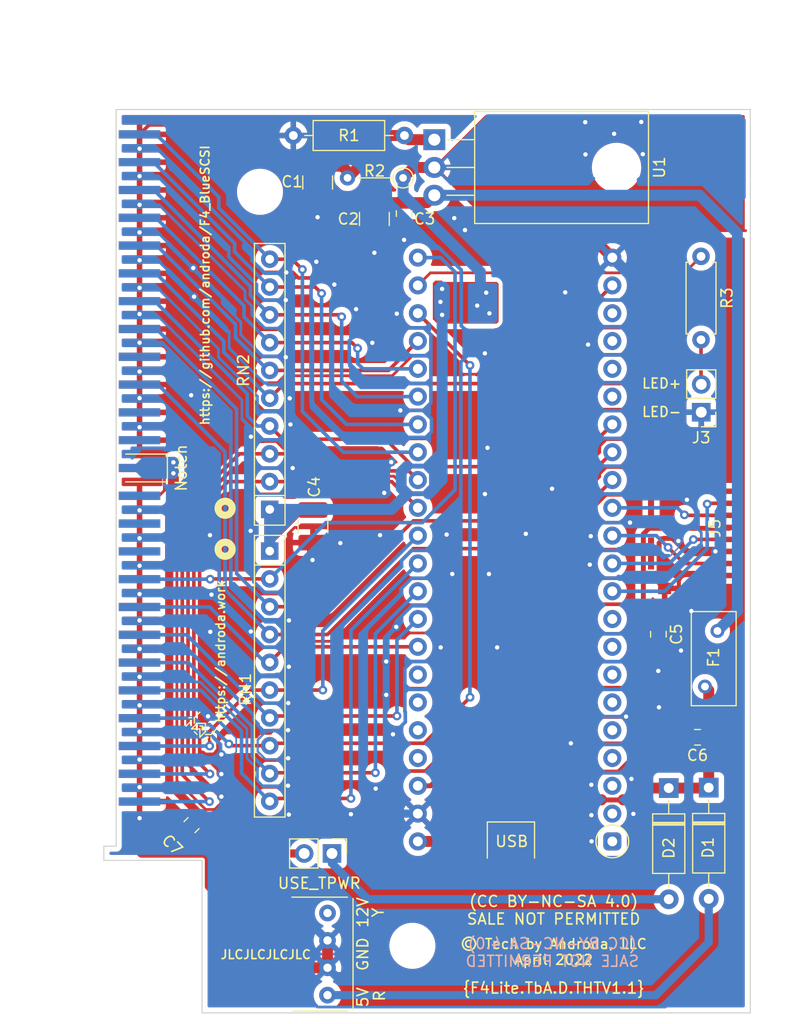
<source format=kicad_pcb>
(kicad_pcb (version 20211014) (generator pcbnew)
  (layers (0 "F.Cu" signal) (31 "B.Cu" signal) (34 "B.Paste" user) (35 "F.Paste" user) (36 "B.SilkS" user "B.Silkscreen") (37 "F.SilkS" user "F.Silkscreen") (38 "B.Mask" user) (39 "F.Mask" user) (44 "Edge.Cuts" user))
  (net 0 "")
  (net 1 "GND")
  (net 2 "+2V8")
  (net 3 "+5V")
  (net 4 "Net-(J4-Pad20)")
  (net 5 "Net-(J4-Pad22)")
  (net 6 "Net-(J4-Pad24)")
  (net 7 "Net-(J4-Pad25)")
  (net 8 "Net-(J4-Pad28)")
  (net 9 "Net-(J4-Pad30)")
  (net 10 "Net-(J4-Pad34)")
  (net 11 "Net-(J2-Pad4)")
  (net 12 "Net-(J5-Pad1)")
  (net 13 "Net-(J5-Pad8)")
  (net 14 "Net-(J5-Pad9)")
  (net 15 "Net-(D1-Pad2)")
  (net 16 "SD_CS")
  (net 17 "SD_CLK")
  (net 18 "SD_MISO")
  (net 19 "SD_MOSI")
  (net 20 "ATN")
  (net 21 "BSY")
  (net 22 "DBP")
  (net 23 "ACK")
  (net 24 "RST")
  (net 25 "MSG")
  (net 26 "SEL")
  (net 27 "CD")
  (net 28 "REQ")
  (net 29 "IO")
  (net 30 "DB7")
  (net 31 "DB6")
  (net 32 "DB5")
  (net 33 "DB4")
  (net 34 "DB3")
  (net 35 "DB2")
  (net 36 "DB1")
  (net 37 "DB0")
  (net 38 "+3V3")
  (net 39 "+5VP")
  (net 40 "+5F")
  (net 41 "Net-(J3-Pad2)")
  (net 42 "Net-(D2-Pad2)")
  (net 43 "Net-(C1-Pad1)")
  (net 44 "Net-(R3-Pad1)")
  (net 45 "Net-(U2-Pad41)")
  (net 46 "Net-(U2-Pad40)")
  (net 47 "Net-(U2-Pad39)")
  (net 48 "Net-(U2-Pad38)")
  (net 49 "Net-(U2-Pad20)")
  (net 50 "Net-(U2-Pad19)")
  (net 51 "Net-(U2-Pad18)")
  (net 52 "Net-(U2-Pad17)")
  (net 53 "Net-(U2-Pad9)")
  (net 54 "Net-(U2-Pad8)")
  (net 55 "Net-(U2-Pad7)")
  (net 56 "Net-(U2-Pad6)")
  (net 57 "Net-(U2-Pad5)")
  (net 58 "Net-(U2-Pad4)")
  (net 59 "Net-(U2-Pad3)")
  (net 60 "Net-(U2-Pad2)")
  (net 61 "Net-(U2-Pad1)")
  (footprint "CustomFootprints:SCSI50_EdgeConn" (layer "F.Cu") (at 107.04322 61.14796)
    (fp_text reference "J4" hide)
    (fp_text value "SCSI_50Pin")
  )
  (footprint "CustomFootprints:BergFloppy_RightAngle" (layer "F.Cu") (at 129.35458 146.20748 -90)
    (fp_text reference "J2" hide)
    (fp_text value "BergFloppy")
  )
  (footprint "MountingHole:MountingHole_3.2mm_M3" (layer "F.Cu") (at 131.98856 145.44802)
    (fp_text reference "REF**" hide)
    (fp_text value "MountingHole_3.2mm_M3")
  )
  (footprint "MountingHole:MountingHole_3.2mm_M3" (layer "F.Cu") (at 118.05412 76.55306)
    (fp_text reference "REF**" hide)
    (fp_text value "MountingHole_3.2mm_M3")
  )
  (footprint "Capacitor_SMD:C_1210_3225Metric_Pad1.42x2.65mm_HandSolder" (layer "F.Cu") (at 128.5113 79.0337 -90)
    (fp_text reference "C2")
    (fp_text value "10uF")
  )
  (footprint "Capacitor_SMD:C_1210_3225Metric_Pad1.42x2.65mm_HandSolder" (layer "F.Cu") (at 122.89536 107.11594 -90)
    (fp_text reference "C4")
    (fp_text value "10uF")
  )
  (footprint "CustomFootprints:microsd_molex_1051620001" (layer "F.Cu") (at 157.46984 107.57408 90)
    (fp_text reference "J5")
    (fp_text value "MicroSD-105162-0001")
  )
  (footprint "CustomFootprints:Fuse_BelFuse_0ZRE0005FF_L8.3mm_W3.8mm" (layer "F.Cu") (at 158.73476 121.75744 90)
    (fp_text reference "F1")
    (fp_text value "Polyfuse")
  )
  (footprint "CustomFootprints:SpaceshipBug" (layer "F.Cu") (at 109.509 125.881 90)
    (fp_text reference "REF**" hide)
    (fp_text value "SpaceshipBug" hide)
  )
  (footprint "Capacitor_SMD:C_1210_3225Metric_Pad1.42x2.65mm_HandSolder" (layer "F.Cu") (at 123.32462 75.70056 -90)
    (fp_text reference "C1")
    (fp_text value "10uF")
  )
  (footprint "Resistor_THT:R_Axial_DIN0207_L6.3mm_D2.5mm_P10.16mm_Horizontal" (layer "F.Cu") (at 131.26212 71.40956 180)
    (fp_text reference "R1")
    (fp_text value "154")
  )
  (footprint "Resistor_THT:R_Axial_DIN0204_L3.6mm_D1.6mm_P5.08mm_Vertical" (layer "F.Cu") (at 131.13512 75.28306 180)
    (fp_text reference "R2")
    (fp_text value "120")
  )
  (footprint "Resistor_THT:R_Array_SIP10" (layer "F.Cu") (at 118.94312 109.38256 -90)
    (fp_text reference "RN1")
    (fp_text value "R_Network09")
  )
  (footprint "Resistor_THT:R_Array_SIP10" (layer "F.Cu") (at 118.94312 105.57256 90)
    (fp_text reference "RN2")
    (fp_text value "R_Network09")
  )
  (footprint "Package_TO_SOT_THT:TO-220-3_Horizontal_TabDown" (layer "F.Cu") (at 133.99262 71.79056 -90)
    (fp_text reference "U1")
    (fp_text value "AMS1117CD-2.85")
  )
  (footprint "Connector_PinHeader_2.54mm:PinHeader_1x02_P2.54mm_Vertical" (layer "F.Cu") (at 124.63272 137.01014 -90)
    (fp_text reference "J1" hide)
    (fp_text value "Conn_01x02_Male")
  )
  (footprint "Diode_THT:D_A-405_P10.16mm_Horizontal" (layer "F.Cu") (at 159.0802 130.99542 -90)
    (fp_text reference "D1")
    (fp_text value "D")
  )
  (footprint "Diode_THT:D_A-405_P10.16mm_Horizontal" (layer "F.Cu") (at 155.42514 131.03352 -90)
    (fp_text reference "D2")
    (fp_text value "D")
  )
  (footprint "Capacitor_SMD:C_0805_2012Metric_Pad1.15x1.40mm_HandSolder" (layer "F.Cu") (at 154.47772 116.9813 -90)
    (fp_text reference "C5")
    (fp_text value "4.7uF")
  )
  (footprint "Connector_PinHeader_2.54mm:PinHeader_1x02_P2.54mm_Vertical" (layer "F.Cu") (at 158.39694 96.69018 180)
    (fp_text reference "J3")
    (fp_text value "Conn_01x02_Male")
  )
  (footprint "Resistor_THT:R_Axial_DIN0207_L6.3mm_D2.5mm_P7.62mm_Horizontal" (layer "F.Cu") (at 158.37662 82.45348 -90)
    (fp_text reference "R3")
    (fp_text value "R")
  )
  (footprint "CustomFootprints:GreenSCSI_F401" (layer "F.Cu") (at 142.6464 138.44778 180)
    (fp_text reference "U2" hide)
    (fp_text value "GreenSCSI_F401")
  )
  (footprint "Capacitor_SMD:C_0805_2012Metric_Pad1.15x1.40mm_HandSolder" (layer "F.Cu") (at 111.79302 134.42188 -135)
    (fp_text reference "C7")
    (fp_text value "4.7uF")
  )
  (footprint "Capacitor_SMD:C_0805_2012Metric_Pad1.15x1.40mm_HandSolder" (layer "F.Cu") (at 158.0552 126.39294 180)
    (fp_text reference "C6")
    (fp_text value "4.7uF")
  )
  (footprint "Capacitor_SMD:C_0805_2012Metric_Pad1.15x1.40mm_HandSolder" (layer "F.Cu") (at 131.2291 78.54326 -90)
    (fp_text reference "C3")
    (fp_text value "0.1uF")
  )
  (gr_circle (center 114.86388 105.46842) (end 115.18138 105.46842) (layer "F.SilkS") (width 0.65) (fill none))
  (gr_circle (center 114.86388 109.21492) (end 115.18138 109.21492) (layer "F.SilkS") (width 0.65) (fill none))
  (gr_line (start 103.77678 137.6426) (end 112.75822 137.6426) (layer "Edge.Cuts") (width 0.1))
  (gr_line (start 112.75822 151.5745) (end 162.88258 151.5745) (layer "Edge.Cuts") (width 0.1))
  (gr_line (start 103.77678 136.34212) (end 104.902 136.34212) (layer "Edge.Cuts") (width 0.1))
  (gr_line (start 162.88258 151.5745) (end 162.88258 69.03466) (layer "Edge.Cuts") (width 0.1))
  (gr_line (start 104.902 136.34212) (end 104.9 69.03466) (layer "Edge.Cuts") (width 0.1))
  (gr_line (start 104.9 69.03466) (end 162.88258 69.03466) (layer "Edge.Cuts") (width 0.1))
  (gr_line (start 112.75822 151.5745) (end 112.75822 137.6426) (layer "Edge.Cuts") (width 0.1))
  (gr_line (start 103.77678 136.34212) (end 103.77678 137.6426) (layer "Edge.Cuts") (width 0.1))
  (gr_text "(CC BY-NC-SA 4.0)\nSALE NOT PERMITTED" (at 144.78 146.05) (layer "B.SilkS") (effects (font (size 1 1)) (justify mirror)))
  (gr_text "LED-" (at 154.77236 96.66478) (layer "F.SilkS") (effects (font (size 0.9 0.9))))
  (gr_text "https://androda.work" (at 114.45 118.55 90) (layer "F.SilkS") (effects (font (size 0.8 0.8))))
  (gr_text "LED+" (at 154.77236 94.06128) (layer "F.SilkS") (effects (font (size 0.9 0.9))))
  (gr_text "USE_TPWR" (at 123.47448 139.73048) (layer "F.SilkS") (effects (font (size 1 1))))
  (gr_text "(CC BY-NC-SA 4.0)\nSALE NOT PERMITTED" (at 144.9 142.19) (layer "F.SilkS") (effects (font (size 1 1))))
  (gr_text "https://github.com/androda/F4_BlueSCSI" (at 113.03 85.09 90) (layer "F.SilkS") (effects (font (size 0.8 0.8))))
  (gr_text "{F4Lite.TbA.D.THTV1.1}" (at 144.9 149.30708) (layer "F.SilkS") (effects (font (size 1 1))))
  (gr_text "© Tech by Androda, LLC\nApril 2022" (at 144.9 146) (layer "F.SilkS") (effects (font (size 0.9 0.9))))
  (gr_text "JLCJLCJLCJLC" (at 118.5799 146.24812) (layer "F.SilkS") (effects (font (size 0.8 0.8))))
  (segment (start 159.6913 109.41408) (end 159.6913 109.41408) (width 0.33) (layer "F.Cu") (net 1))
  (segment (start 156.54462 118.4688) (end 157.09712 118.4688) (width 0.45) (layer "F.Cu") (net 1))
  (segment (start 107.04322 72.6186) (end 107.04322 75.12558) (width 0.33) (layer "F.Cu") (net 1))
  (segment (start 107.04322 75.12558) (end 107.04322 77.74178) (width 0.33) (layer "F.Cu") (net 1))
  (segment (start 107.04322 77.74178) (end 107.04322 80.264) (width 0.33) (layer "F.Cu") (net 1))
  (segment (start 107.04322 80.264) (end 107.04322 82.80908) (width 0.33) (layer "F.Cu") (net 1))
  (segment (start 107.04322 82.80908) (end 107.04322 85.3313) (width 0.33) (layer "F.Cu") (net 1))
  (segment (start 107.04322 85.3313) (end 107.04322 87.72398) (width 0.33) (layer "F.Cu") (net 1))
  (segment (start 107.04322 87.72398) (end 107.04322 90.34272) (width 0.33) (layer "F.Cu") (net 1))
  (segment (start 107.04322 90.34272) (end 107.04322 92.97924) (width 0.33) (layer "F.Cu") (net 1))
  (segment (start 107.04322 92.97924) (end 107.04322 95.40748) (width 0.33) (layer "F.Cu") (net 1))
  (segment (start 107.04322 95.40748) (end 107.04322 98.06432) (width 0.33) (layer "F.Cu") (net 1))
  (segment (start 107.04322 98.06432) (end 107.04322 99.24796) (width 0.33) (layer "F.Cu") (net 1))
  (segment (start 107.04322 105.65638) (end 107.04322 108.2167) (width 0.33) (layer "F.Cu") (net 1))
  (segment (start 107.04322 108.2167) (end 107.04322 110.72114) (width 0.33) (layer "F.Cu") (net 1))
  (segment (start 107.04322 110.72114) (end 107.04322 113.30432) (width 0.33) (layer "F.Cu") (net 1))
  (segment (start 107.04322 113.30432) (end 107.04322 115.71224) (width 0.33) (layer "F.Cu") (net 1))
  (segment (start 107.04322 115.71224) (end 107.04322 118.3132) (width 0.33) (layer "F.Cu") (net 1))
  (segment (start 107.04322 118.3132) (end 107.04322 120.87352) (width 0.33) (layer "F.Cu") (net 1))
  (segment (start 107.04322 120.87352) (end 107.04322 123.47448) (width 0.33) (layer "F.Cu") (net 1))
  (segment (start 107.04322 123.47448) (end 107.04322 125.88494) (width 0.33) (layer "F.Cu") (net 1))
  (segment (start 107.04322 125.88494) (end 107.04322 128.42748) (width 0.33) (layer "F.Cu") (net 1))
  (segment (start 107.04322 128.42748) (end 107.04322 130.9497) (width 0.33) (layer "F.Cu") (net 1))
  (segment (start 107.04322 130.9497) (end 107.04322 133.78434) (width 0.33) (layer "F.Cu") (net 1))
  (segment (start 155.951821 108.408839) (end 155.762721 108.219739) (width 0.45) (layer "F.Cu") (net 1))
  (segment (start 120.52808 89.11844) (end 120.52808 89.11844) (width 0.33) (layer "F.Cu") (net 1))
  (segment (start 120.41124 86.4489) (end 120.41124 86.4489) (width 0.33) (layer "F.Cu") (net 1))
  (segment (start 120.4595 83.9216) (end 121.064658 83.9216) (width 0.33) (layer "F.Cu") (net 1))
  (segment (start 107.04322 133.78434) (end 107.04322 135.17182) (width 0.33) (layer "F.Cu") (net 1))
  (segment (start 114.52098 129.7559) (end 114.52098 129.7559) (width 0.33) (layer "F.Cu") (net 1))
  (segment (start 114.52098 127.96012) (end 114.52098 127.96012) (width 0.33) (layer "F.Cu") (net 1))
  (segment (start 117.390222 98.794258) (end 116.198821 97.602857) (width 0.33) (layer "F.Cu") (net 1))
  (segment (start 128.5113 82.12074) (end 128.5113 82.12074) (width 1) (layer "F.Cu") (net 1))
  (segment (start 131.2291 80.94218) (end 131.2291 80.94218) (width 1) (layer "F.Cu") (net 1))
  (segment (start 148.708099 121.857781) (end 151.255719 121.857781) (width 0.33) (layer "F.Cu") (net 1))
  (segment (start 135.32358 120.25376) (end 134.60476 120.25376) (width 0.25) (layer "F.Cu") (net 1))
  (segment (start 113.49228 127.96012) (end 113.116386 128.336014) (width 0.33) (layer "F.Cu") (net 1))
  (segment (start 122.62612 111.34344) (end 120.70588 113.26368) (width 0.33) (layer "F.Cu") (net 1))
  (segment (start 117.81536 99.3521) (end 118.23446 99.3521) (width 0.25) (layer "F.Cu") (net 1))
  (segment (start 116.198821 97.602857) (end 114.355063 97.602857) (width 0.33) (layer "F.Cu") (net 1))
  (segment (start 111.47608 105.947036) (end 111.47608 128.874442) (width 0.33) (layer "F.Cu") (net 1))
  (segment (start 120.62526 107.81472) (end 121.2215 107.21848) (width 0.25) (layer "F.Cu") (net 1))
  (segment (start 114.52098 127.96012) (end 113.49228 127.96012) (width 0.33) (layer "F.Cu") (net 1))
  (segment (start 135.88492 93.22562) (end 138.015245 93.22562) (width 0.25) (layer "F.Cu") (net 1))
  (segment (start 117.9703 99.3521) (end 118.359378 99.3521) (width 0.33) (layer "F.Cu") (net 1))
  (segment (start 114.764647 104.157561) (end 117.147559 104.157561) (width 0.33) (layer "F.Cu") (net 1))
  (segment (start 118.43004 128.4732) (end 119.64416 128.4732) (width 0.33) (layer "F.Cu") (net 1))
  (segment (start 131.3942 99.0854) (end 133.64464 99.0854) (width 0.33) (layer "F.Cu") (net 1))
  (segment (start 128.5113 80.5212) (end 128.5113 82.12074) (width 1) (layer "F.Cu") (net 1))
  (segment (start 134.60476 120.25376) (end 133.7437 119.3927) (width 0.25) (layer "F.Cu") (net 1))
  (segment (start 120.99798 147.45208) (end 124.22758 147.45208) (width 1) (layer "F.Cu") (net 1))
  (segment (start 112.5361 127.90564) (end 112.5361 106.386108) (width 0.33) (layer "F.Cu") (net 1))
  (segment (start 121.5009 115.6589) (end 118.349006 115.6589) (width 0.33) (layer "F.Cu") (net 1))
  (segment (start 107.04322 91.62796) (end 109.92104 91.62796) (width 0.33) (layer "F.Cu") (net 1))
  (segment (start 130.51282 116.3066) (end 130.51282 114.80038) (width 0.25) (layer "F.Cu") (net 1))
  (segment (start 147.94738 110.68558) (end 149.11324 111.85144) (width 0.33) (layer "F.Cu") (net 1))
  (segment (start 148.936699 114.237781) (end 151.522441 114.237781) (width 0.33) (layer "F.Cu") (net 1))
  (segment (start 110.45606 130.360622) (end 113.088399 132.992961) (width 0.25) (layer "F.Cu") (net 1))
  (segment (start 124.22758 144.95208) (end 124.22758 147.45208) (width 1) (layer "F.Cu") (net 1))
  (segment (start 131.2291 79.56826) (end 131.16074 79.56826) (width 0.25) (layer "F.Cu") (net 1))
  (segment (start 114.946841 125.997559) (end 114.138001 126.806399) (width 0.25) (layer "F.Cu") (net 1))
  (segment (start 114.452041 129.275199) (end 113.665282 128.48844) (width 0.75) (layer "F.Cu") (net 1))
  (segment (start 161.86984 109.41408) (end 161.03984 109.41408) (width 0.33) (layer "F.Cu") (net 1))
  (segment (start 131.2291 79.56826) (end 131.2291 80.94218) (width 1) (layer "F.Cu") (net 1))
  (segment (start 107.04322 104.32796) (end 108.83138 104.32796) (width 0.25) (layer "F.Cu") (net 1))
  (segment (start 135.63346 111.47298) (end 133.87324 111.47298) (width 0.25) (layer "F.Cu") (net 1))
  (segment (start 131.934399 91.577779) (end 134.237079 91.577779) (width 0.25) (layer "F.Cu") (net 1))
  (segment (start 146.78152 110.68558) (end 146.78152 107.151458) (width 0.33) (layer "F.Cu") (net 1))
  (segment (start 120.62526 108.05602) (end 120.90146 107.77982) (width 0.25) (layer "F.Cu") (net 1))
  (segment (start 157.07984 102.14408) (end 157.08984 102.15408) (width 0.33) (layer "F.Cu") (net 1))
  (segment (start 119.649682 99.3521) (end 120.195782 99.8982) (width 0.25) (layer "F.Cu") (net 1))
  (segment (start 149.076399 100.343981) (end 149.076399 99.776579) (width 0.33) (layer "F.Cu") (net 1))
  (segment (start 116.97208 86.4489) (end 116.97208 83.9216) (width 0.33) (layer "F.Cu") (net 1))
  (segment (start 131.46024 88.9889) (end 133.048722 88.9889) (width 0.33) (layer "F.Cu") (net 1))
  (segment (start 114.3635 127.96012) (end 114.060531 127.657151) (width 0.33) (layer "F.Cu") (net 1))
  (segment (start 142.35684 107.80268) (end 143.84782 107.80268) (width 0.33) (layer "F.Cu") (net 1))
  (segment (start 120.94464 98.03384) (end 120.94464 97.44964) (width 0.33) (layer "F.Cu") (net 1))
  (segment (start 116.80952 98.93046) (end 114.773366 100.966614) (width 0.33) (layer "F.Cu") (net 1))
  (segment (start 119.20474 125.77826) (end 118.985441 125.997559) (width 0.33) (layer "F.Cu") (net 1))
  (segment (start 121.064658 83.9216) (end 121.567578 84.42452) (width 0.33) (layer "F.Cu") (net 1))
  (segment (start 113.909544 132.992961) (end 114.52098 132.381525) (width 0.25) (layer "F.Cu") (net 1))
  (segment (start 107.91118 70.44) (end 107.04322 71.30796) (width 0.33) (layer "F.Cu") (net 1))
  (segment (start 131.15036 88.28278) (end 131.15036 88.67902) (width 0.33) (layer "F.Cu") (net 1))
  (segment (start 130.149608 93.36257) (end 131.934399 91.577779) (width 0.25) (layer "F.Cu") (net 1))
  (segment (start 145.07464 99.94646) (end 148.563319 96.457781) (width 0.33) (layer "F.Cu") (net 1))
  (segment (start 113.50823 137.331936) (end 113.50823 139.96233) (width 1) (layer "F.Cu") (net 1))
  (segment (start 116.77904 107.54106) (end 116.77904 104.52608) (width 0.25) (layer "F.Cu") (net 1))
  (segment (start 112.548501 127.918041) (end 112.5361 127.90564) (width 0.25) (layer "F.Cu") (net 1))
  (segment (start 120.596441 110.797559) (end 117.634801 110.797559) (width 0.25) (layer "F.Cu") (net 1))
  (segment (start 114.176641 126.845039) (end 114.176641 127.541041) (width 0.25) (layer "F.Cu") (net 1))
  (segment (start 149.695199 101.697779) (end 151.009339 101.697779) (width 0.33) (layer "F.Cu") (net 1))
  (segment (start 161.98984 109.41408) (end 161.98984 108.879082) (width 0.45) (layer "F.Cu") (net 1))
  (segment (start 131.336399 103.439781) (end 131.191379 103.439781) (width 0.25) (layer "F.Cu") (net 1))
  (segment (start 161.271842 112.78908) (end 162.010091 112.050831) (width 0.33) (layer "F.Cu") (net 1))
  (segment (start 148.9329 88.96096) (end 151.58466 88.96096) (width 0.33) (layer "F.Cu") (net 1))
  (segment (start 115.83162 91.08186) (end 117.0432 91.08186) (width 0.33) (layer "F.Cu") (net 1))
  (segment (start 130.8862 98.5774) (end 131.3942 99.0854) (width 0.33) (layer "F.Cu") (net 1))
  (segment (start 118.383919 96.577561) (end 117.37848 95.572122) (width 0.33) (layer "F.Cu") (net 1))
  (segment (start 128.5113 80.5212) (end 126.9079 80.5212) (width 1) (layer "F.Cu") (net 1))
  (segment (start 122.62612 110.0709) (end 121.3231 110.0709) (width 0.25) (layer "F.Cu") (net 1))
  (segment (start 154.970719 108.219739) (end 154.541719 108.648739) (width 0.45) (layer "F.Cu") (net 1))
  (segment (start 123.317 78.87462) (end 124.99594 78.87462) (width 0.25) (layer "F.Cu") (net 1))
  (segment (start 129.59588 119.46636) (end 131.08178 119.46636) (width 0.25) (layer "F.Cu") (net 1))
  (segment (start 116.97208 83.9216) (end 120.4595 83.9216) (width 0.33) (layer "F.Cu") (net 1))
  (segment (start 144.75714 103.68534) (end 145.73504 103.68534) (width 0.33) (layer "F.Cu") (net 1))
  (segment (start 132.064558 104.16794) (end 138.61796 104.16794) (width 0.25) (layer "F.Cu") (net 1))
  (segment (start 113.47704 98.9584) (end 113.37544 98.8568) (width 0.33) (layer "F.Cu") (net 1))
  (segment (start 149.695199 99.157779) (end 151.199839 99.157779) (width 0.33) (layer "F.Cu") (net 1))
  (segment (start 162.08756 108.781362) (end 162.08756 103.41102) (width 0.45) (layer "F.Cu") (net 1))
  (segment (start 130.80812 80.5212) (end 131.2291 80.94218) (width 1) (layer "F.Cu") (net 1))
  (segment (start 111.60832 86.85856) (end 113.8682 89.11844) (width 0.25) (layer "F.Cu") (net 1))
  (segment (start 114.52098 131.81584) (end 114.52098 129.7559) (width 0.33) (layer "F.Cu") (net 1))
  (segment (start 134.009172 89.920098) (end 136.39292 92.303846) (width 0.33) (layer "F.Cu") (net 1))
  (segment (start 161.03984 109.41408) (end 161.454842 109.41408) (width 0.45) (layer "F.Cu") (net 1))
  (segment (start 121.04116 101.79812) (end 115.624996 101.79812) (width 0.33) (layer "F.Cu") (net 1))
  (segment (start 146.47418 126.94412) (end 148.79574 124.62256) (width 0.33) (layer "F.Cu") (net 1))
  (segment (start 114.138001 126.806399) (end 114.176641 126.845039) (width 0.25) (layer "F.Cu") (net 1))
  (segment (start 117.55628 91.59494) (end 120.12422 91.59494) (width 0.33) (layer "F.Cu") (net 1))
  (segment (start 114.52098 129.7559) (end 114.52098 127.96012) (width 0.33) (layer "F.Cu") (net 1))
  (segment (start 131.08178 119.46636) (end 133.45922 119.46636) (width 0.25) (layer "F.Cu") (net 1))
  (segment (start 109.86516 95.34652) (end 113.23828 98.71964) (width 0.33) (layer "F.Cu") (net 1))
  (segment (start 130.294148 102.54255) (end 121.78559 102.54255) (width 0.25) (layer "F.Cu") (net 1))
  (segment (start 155.04984 112.78908) (end 161.271842 112.78908) (width 0.33) (layer "F.Cu") (net 1))
  (segment (start 123.32462 77.18806) (end 125.66396 77.18806) (width 1) (layer "F.Cu") (net 1))
  (segment (start 125.05944 117.62232) (end 119.988362 117.62232) (width 0.25) (layer "F.Cu") (net 1))
  (segment (start 114.52098 132.381525) (end 114.52098 131.81584) (width 0.25) (layer "F.Cu") (net 1))
  (segment (start 114.417478 131.81584) (end 114.52098 131.81584) (width 0.33) (layer "F.Cu") (net 1))
  (segment (start 156.957062 109.41408) (end 155.951821 108.408839) (width 0.45) (layer "F.Cu") (net 1))
  (segment (start 146.78152 110.68558) (end 147.94738 110.68558) (width 0.33) (layer "F.Cu") (net 1))
  (segment (start 146.47418 116.7003) (end 148.936699 114.237781) (width 0.33) (layer "F.Cu") (net 1))
  (segment (start 125.35408 76.40828) (end 124.77242 75.82662) (width 0.25) (layer "F.Cu") (net 1))
  (segment (start 117.22608 98.93046) (end 116.80952 98.93046) (width 0.33) (layer "F.Cu") (net 1))
  (segment (start 133.45922 119.29872) (end 133.45922 119.46636) (width 0.33) (layer "F.Cu") (net 1))
  (segment (start 117.37848 95.572122) (end 117.37848 95.15094) (width 0.33) (layer "F.Cu") (net 1))
  (segment (start 115.624996 101.79812) (end 111.47608 105.947036) (width 0.33) (layer "F.Cu") (net 1))
  (segment (start 149.076399 102.574101) (end 149.076399 102.316579) (width 0.33) (layer "F.Cu") (net 1))
  (segment (start 107.04322 71.30796) (end 107.04322 72.6186) (width 0.33) (layer "F.Cu") (net 1))
  (segment (start 151.009339 101.697779) (end 151.04364 101.73208) (width 0.33) (layer "F.Cu") (net 1))
  (segment (start 148.79574 109.24032) (end 151.30272 109.24032) (width 0.33) (layer "F.Cu") (net 1))
  (segment (start 121.2215 107.21848) (end 121.97588 107.21848) (width 0.25) (layer "F.Cu") (net 1))
  (segment (start 125.35408 78.51648) (end 125.35408 76.40828) (width 0.25) (layer "F.Cu") (net 1))
  (segment (start 148.725901 106.777779) (end 151.471619 106.777779) (width 0.33) (layer "F.Cu") (net 1))
  (segment (start 116.77904 104.52608) (end 117.147559 104.157561) (width 0.25) (layer "F.Cu") (net 1))
  (segment (start 147.892781 119.477779) (end 151.265901 119.477779) (width 0.33) (layer "F.Cu") (net 1))
  (segment (start 133.67004 119.46636) (end 133.7437 119.3927) (width 0.25) (layer "F.Cu") (net 1))
  (segment (start 147.35048 110.68558) (end 148.79574 109.24032) (width 0.33) (layer "F.Cu") (net 1))
  (segment (start 159.6913 109.41408) (end 156.957062 109.41408) (width 0.45) (layer "F.Cu") (net 1))
  (segment (start 131.2291 79.56826) (end 132.92604 79.56826) (width 1) (layer "F.Cu") (net 1))
  (segment (start 155.762721 108.219739) (end 154.970719 108.219739) (width 0.45) (layer "F.Cu") (net 1))
  (segment (start 107.04322 136.67161) (end 107.2642 136.89259) (width 1) (layer "F.Cu") (net 1))
  (segment (start 123.317 77.19568) (end 123.32462 77.18806) (width 1) (layer "F.Cu") (net 1))
  (segment (start 114.760666 100.966614) (end 111.32058 104.4067) (width 0.33) (layer "F.Cu") (net 1))
  (segment (start 148.05152 90.51544) (end 148.05152 93.72092) (width 0.33) (layer "F.Cu") (net 1))
  (segment (start 148.05152 90.51544) (end 148.05152 89.84234) (width 0.33) (layer "F.Cu") (net 1))
  (segment (start 116.75944 130.03856) (end 117.64772 130.92684) (width 0.33) (layer "F.Cu") (net 1))
  (segment (start 133.97992 89.920098) (end 134.009172 89.920098) (width 0.33) (layer "F.Cu") (net 1))
  (segment (start 114.48796 129.7559) (end 114.452041 129.719981) (width 0.75) (layer "F.Cu") (net 1))
  (segment (start 146.78152 107.151458) (end 149.695199 104.237779) (width 0.33) (layer "F.Cu") (net 1))
  (segment (start 134.57428 118.18366) (end 133.45922 119.29872) (width 0.33) (layer "F.Cu") (net 1))
  (segment (start 161.98984 109.41408) (end 162.010091 109.434331) (width 0.45) (layer "F.Cu") (net 1))
  (segment (start 162.08756 103.41102) (end 162.08756 102.9716) (width 0.45) (layer "F.Cu") (net 1))
  (segment (start 130.51282 114.80038) (end 131.03098 114.28222) (width 0.25) (layer "F.Cu") (net 1))
  (segment (start 150.2664 82.56778) (end 148.82622 81.1276) (width 1) (layer "F.Cu") (net 1))
  (segment (start 114.355063 97.602857) (end 113.23828 98.71964) (width 0.33) (layer "F.Cu") (net 1))
  (segment (start 119.568573 99.327559) (end 120.203564 99.96255) (width 0.33) (layer "F.Cu") (net 1))
  (segment (start 121.04116 101.79812) (end 118.23192 101.79812) (width 0.25) (layer "F.Cu") (net 1))
  (segment (start 145.73504 103.68534) (end 149.076399 100.343981) (width 0.33) (layer "F.Cu") (net 1))
  (segment (start 134.237079 91.577779) (end 135.88492 93.22562) (width 0.25) (layer "F.Cu") (net 1))
  (segment (start 146.47418 124.0917) (end 148.708099 121.857781) (width 0.33) (layer "F.Cu") (net 1))
  (segment (start 128.5113 80.5212) (end 130.80812 80.5212) (width 1) (layer "F.Cu") (net 1))
  (segment (start 146.47418 126.94412) (end 146.47418 116.7003) (width 0.33) (layer "F.Cu") (net 1))
  (segment (start 113.23828 98.71964) (end 113.47704 98.9584) (width 0.33) (layer "F.Cu") (net 1))
  (segment (start 154.47984 102.14408) (end 157.07984 102.14408) (width 0.33) (layer "F.Cu") (net 1))
  (segment (start 117.81536 99.219396) (end 117.390222 98.794258) (width 0.33) (layer "F.Cu") (net 1))
  (segment (start 117.63756 93.232002) (end 118.403119 93.997561) (width 0.25) (layer "F.Cu") (net 1))
  (segment (start 131.03098 114.28222) (end 134.09168 114.28222) (width 0.25) (layer "F.Cu") (net 1))
  (segment (start 120.20296 120.8151) (end 118.01348 120.8151) (width 0.25) (layer "F.Cu") (net 1))
  (segment (start 121.53392 125.77826) (end 118.41988 125.77826) (width 0.25) (layer "F.Cu") (net 1))
  (segment (start 148.05152 93.72092) (end 148.408379 94.077779) (width 0.33) (layer "F.Cu") (net 1))
  (segment (start 119.988362 117.62232) (end 119.483121 118.127561) (width 0.25) (layer "F.Cu") (net 1))
  (segment (start 148.98624 91.45016) (end 151.16302 91.45016) (width 0.33) (layer "F.Cu") (net 1))
  (segment (start 133.175999 129.477781) (end 131.486899 129.477781) (width 0.33) (layer "F.Cu") (net 1))
  (segment (start 148.87702 124.54128) (end 151.36368 124.54128) (width 0.33) (layer "F.Cu") (net 1))
  (segment (start 113.268812 128.48844) (end 113.116386 128.336014) (width 0.75) (layer "F.Cu") (net 1))
  (segment (start 138.015245 93.22562) (end 139.1666 92.074265) (width 0.25) (layer "F.Cu") (net 1))
  (segment (start 138.85672 99.94646) (end 145.07464 99.94646) (width 0.33) (layer "F.Cu") (net 1))
  (segment (start 120.072561 96.577561) (end 118.383919 96.577561) (width 0.33) (layer "F.Cu") (net 1))
  (segment (start 122.62612 110.0709) (end 122.62612 111.34344) (width 0.33) (layer "F.Cu") (net 1))
  (segment (start 129.59588 122.51944) (end 130.22072 122.51944) (width 0.33) (layer "F.Cu") (net 1))
  (segment (start 118.985441 125.997559) (end 115.777667 125.997559) (width 0.33) (layer "F.Cu") (net 1))
  (segment (start 148.525241 116.937779) (end 151.738341 116.937779) (width 0.33) (layer "F.Cu") (net 1))
  (segment (start 113.50823 139.96233) (end 120.99798 147.45208) (width 1) (layer "F.Cu") (net 1))
  (segment (start 130.8862 96.52762) (end 133.81228 96.52762) (width 0.33) (layer "F.Cu") (net 1))
  (segment (start 146.47418 118.98884) (end 148.525241 116.937779) (width 0.33) (layer "F.Cu") (net 1))
  (segment (start 149.695199 104.237779) (end 151.260799 104.237779) (width 0.33) (layer "F.Cu") (net 1))
  (segment (start 120.94464 97.44964) (end 120.072561 96.577561) (width 0.33) (layer "F.Cu") (net 1))
  (segment (start 120.70588 113.26368) (end 117.86616 113.26368) (width 0.33) (layer "F.Cu") (net 1))
  (segment (start 117.81536 99.3521) (end 117.81536 99.219396) (width 0.33) (layer "F.Cu") (net 1))
  (segment (start 116.97208 86.4489) (end 120.41124 86.4489) (width 0.33) (layer "F.Cu") (net 1))
  (segment (start 126.37516 116.3066) (end 125.05944 117.62232) (width 0.25) (layer "F.Cu") (net 1))
  (segment (start 113.8682 89.11844) (end 116.97208 89.11844) (width 0.33) (layer "F.Cu") (net 1))
  (segment (start 108.83138 104.32796) (end 109.31193 103.84741) (width 0.25) (layer "F.Cu") (net 1))
  (segment (start 154.541719 108.648739) (end 154.541719 112.280959) (width 0.45) (layer "F.Cu") (net 1))
  (segment (start 130.78968 121.95048) (end 133.89102 121.95048) (width 0.33) (layer "F.Cu") (net 1))
  (segment (start 134.009172 89.920098) (end 134.009172 90.478652) (width 0.33) (layer "F.Cu") (net 1))
  (segment (start 119.665141 93.997561) (end 120.300132 93.36257) (width 0.25) (layer "F.Cu") (net 1))
  (segment (start 158.39694 96.69018) (end 158.39694 100.84698) (width 0.33) (layer "F.Cu") (net 1))
  (segment (start 131.191379 103.439781) (end 130.294148 102.54255) (width 0.25) (layer "F.Cu") (net 1))
  (segment (start 133.87324 111.47298) (end 133.448441 111.897779) (width 0.25) (layer "F.Cu") (net 1))
  (segment (start 130.8862 96.52762) (end 130.8862 98.5774) (width 0.33) (layer "F.Cu") (net 1))
  (segment (start 143.84782 107.80268) (end 149.076399 102.574101) (width 0.33) (layer "F.Cu") (net 1))
  (segment (start 110.2 70.44) (end 107.91118 70.44) (width 0.33) (layer "F.Cu") (net 1))
  (segment (start 154.541719 112.280959) (end 155.04984 112.78908) (width 0.45) (layer "F.Cu") (net 1))
  (segment (start 117.64772 130.92684) (end 119.92356 130.92684) (width 0.33) (layer "F.Cu") (net 1))
  (segment (start 162.08756 102.9716) (end 161.79546 102.6795) (width 0.45) (layer "F.Cu") (net 1))
  (segment (start 133.67004 119.46636) (end 131.08178 119.46636) (width 0.33) (layer "F.Cu") (net 1))
  (segment (start 122.85472 108.64408) (end 122.89536 108.60344) (width 1) (layer "F.Cu") (net 1))
  (segment (start 107.04322 133.78434) (end 107.04322 136.67161) (width 1) (layer "F.Cu") (net 1))
  (segment (start 118.23446 99.3521) (end 119.649682 99.3521) (width 0.25) (layer "F.Cu") (net 1))
  (segment (start 113.665282 128.48844) (end 113.268812 128.48844) (width 0.75) (layer "F.Cu") (net 1))
  (segment (start 161.454842 109.41408) (end 162.08756 108.781362) (width 0.45) (layer "F.Cu") (net 1))
  (segment (start 110.45606 105.524532) (end 110.45606 130.360622) (width 0.25) (layer "F.Cu") (net 1))
  (segment (start 146.47418 126.94412) (end 146.47418 124.0917) (width 0.33) (layer "F.Cu") (net 1))
  (segment (start 146.78152 108.72216) (end 148.725901 106.777779) (width 0.33) (layer "F.Cu") (net 1))
  (segment (start 161.03984 109.41408) (end 159.6913 109.41408) (width 0.33) (layer "F.Cu") (net 1))
  (segment (start 130.51282 116.3066) (end 131.06908 116.86286) (width 0.25) (layer "F.Cu") (net 1))
  (segment (start 120.300132 93.36257) (end 130.149608 93.36257) (width 0.25) (layer "F.Cu") (net 1))
  (segment (start 113.088399 132.992961) (end 113.909544 132.992961) (width 0.25) (layer "F.Cu") (net 1))
  (segment (start 117.63756 92.8878) (end 117.63756 93.232002) (width 0.25) (layer "F.Cu") (net 1))
  (segment (start 148.05152 90.51544) (end 148.98624 91.45016) (width 0.33) (layer "F.Cu") (net 1))
  (segment (start 114.452041 129.719981) (end 114.452041 129.275199) (width 0.75) (layer "F.Cu") (net 1))
  (segment (start 113.116386 128.336014) (end 112.751896 127.971524) (width 0.75) (layer "F.Cu") (net 1))
  (segment (start 130.55854 87.69096) (end 131.15036 88.28278) (width 0.33) (layer "F.Cu") (net 1))
  (segment (start 130.22072 122.51944) (end 130.78968 121.95048) (width 0.33) (layer "F.Cu") (net 1))
  (segment (start 158.39694 100.84698) (end 157.08984 102.15408) (width 0.33) (layer "F.Cu") (net 1))
  (segment (start 120.62526 108.54756) (end 120.62526 108.05602) (width 0.25) (layer "F.Cu") (net 1))
  (segment (start 118.403119 93.997561) (end 119.665141 93.997561) (width 0.25) (layer "F.Cu") (net 1))
  (segment (start 154.47772 118.4688) (end 156.54462 118.4688) (width 0.45) (layer "F.Cu") (net 1))
  (segment (start 121.53392 125.77826) (end 119.20474 125.77826) (width 0.33) (layer "F.Cu") (net 1))
  (segment (start 131.15036 88.67902) (end 131.46024 88.9889) (width 0.33) (layer "F.Cu") (net 1))
  (segment (start 146.47418 124.83338) (end 146.47418 118.98884) (width 0.33) (layer "F.Cu") (net 1))
  (segment (start 113.068884 136.89259) (end 113.50823 137.331936) (width 1) (layer "F.Cu") (net 1))
  (segment (start 149.076399 99.776579) (end 149.695199 99.157779) (width 0.33) (layer "F.Cu") (net 1))
  (segment (start 131.336399 103.439781) (end 132.064558 104.16794) (width 0.25) (layer "F.Cu") (net 1))
  (segment (start 118.23446 99.3521) (end 117.9703 99.3521) (width 0.25) (layer "F.Cu") (net 1))
  (segment (start 116.97208 89.11844) (end 120.52808 89.11844) (width 0.33) (layer "F.Cu") (net 1))
  (segment (start 116.97208 83.9216) (end 116.97208 82.33156) (width 0.33) (layer "F.Cu") (net 1))
  (segment (start 149.076399 102.316579) (end 149.695199 101.697779) (width 0.33) (layer "F.Cu") (net 1))
  (segment (start 133.048722 88.9889) (end 133.97992 89.920098) (width 0.33) (layer "F.Cu") (net 1))
  (segment (start 108.35894 99.24796) (end 107.04322 99.24796) (width 0.25) (layer "F.Cu") (net 1))
  (segment (start 115.83162 91.08186) (end 117.63756 92.8878) (width 0.25) (layer "F.Cu") (net 1))
  (segment (start 117.9703 99.3521) (end 116.628492 99.3521) (width 0.25) (layer "F.Cu") (net 1))
  (segment (start 111.47608 128.874442) (end 114.417478 131.81584) (width 0.33) (layer "F.Cu") (net 1))
  (segment (start 121.567578 84.42452) (end 123.51766 84.42452) (width 0.33) (layer "F.Cu") (net 1))
  (segment (start 131.06908 116.86286) (end 133.49732 116.86286) (width 0.25) (layer "F.Cu") (net 1))
  (segment (start 114.773366 100.966614) (end 114.760666 100.966614) (width 0.33) (layer "F.Cu") (net 1))
  (segment (start 112.5361 106.386108) (end 114.764647 104.157561) (width 0.33) (layer "F.Cu") (net 1))
  (segment (start 161.03984 109.41408) (end 161.98984 109.41408) (width 0.45) (layer "F.Cu") (net 1))
  (segment (start 113.799641 127.918041) (end 112.548501 127.918041) (width 0.25) (layer "F.Cu") (net 1))
  (segment (start 161.98984 108.879082) (end 162.08756 108.781362) (width 0.45) (layer "F.Cu") (net 1))
  (segment (start 149.11324 111.85144) (end 151.12238 111.85144) (width 0.33) (layer "F.Cu") (net 1))
  (segment (start 148.79574 124.62256) (end 148.87702 124.54128) (width 0.33) (layer "F.Cu") (net 1))
  (segment (start 116.97208 89.11844) (end 116.97208 86.4489) (width 0.33) (layer "F.Cu") (net 1))
  (segment (start 128.76615 99.96255) (end 130.05562 101.25202) (width 0.33) (layer "F.Cu") (net 1))
  (segment (start 118.221099 118.127561) (end 117.715858 117.62232) (width 0.25) (layer "F.Cu") (net 1))
  (segment (start 157.09712 118.4688) (end 158.23484 117.33108) (width 0.45) (layer "F.Cu") (net 1))
  (segment (start 120.203564 99.96255) (end 128.76615 99.96255) (width 0.33) (layer "F.Cu") (net 1))
  (segment (start 123.317 78.87462) (end 123.317 77.19568) (width 1) (layer "F.Cu") (net 1))
  (segment (start 146.47418 124.83338) (end 146.47418 120.89638) (width 0.33) (layer "F.Cu") (net 1))
  (segment (start 120.93448 120.08358) (end 120.20296 120.8151) (width 0.25) (layer "F.Cu") (net 1))
  (segment (start 130.71856 79.12608) (end 129.71526 79.12608) (width 0.25) (layer "F.Cu") (net 1))
  (segment (start 118.383919 99.327559) (end 119.568573 99.327559) (width 0.33) (layer "F.Cu") (net 1))
  (segment (start 113.8682 89.11844) (end 115.83162 91.08186) (width 0.25) (layer "F.Cu") (net 1))
  (segment (start 158.23484 117.33108) (end 158.23484 112.78908) (width 0.45) (layer "F.Cu") (net 1))
  (segment (start 116.628492 99.3521) (end 110.45606 105.524532) (width 0.25) (layer "F.Cu") (net 1))
  (segment (start 131.16074 79.56826) (end 130.71856 79.12608) (width 0.25) (layer "F.Cu") (net 1))
  (segment (start 122.85472 110.1979) (end 122.85472 108.64408) (width 1) (layer "F.Cu") (net 1))
  (segment (start 117.0432 91.08186) (end 117.55628 91.59494) (width 0.33) (layer "F.Cu") (net 1))
  (segment (start 121.6025 123.27382) (end 117.72138 123.27382) (width 0.25) (layer "F.Cu") (net 1))
  (segment (start 109.31193 103.84741) (end 109.31193 100.20095) (width 0.25) (layer "F.Cu") (net 1))
  (segment (start 133.448441 111.897779) (end 131.163679 111.897779) (width 0.25) (layer "F.Cu") (net 1))
  (segment (start 146.47418 120.89638) (end 147.892781 119.477779) (width 0.33) (layer "F.Cu") (net 1))
  (segment (start 139.1666 92.074265) (end 139.1666 91.50858) (width 0.25) (layer "F.Cu") (net 1))
  (segment (start 114.52098 129.7559) (end 114.48796 129.7559) (width 0.75) (layer "F.Cu") (net 1))
  (segment (start 148.82622 81.1276) (end 135.59282 81.1276) (width 1) (layer "F.Cu") (net 1))
  (segment (start 148.05152 89.84234) (end 148.9329 88.96096) (width 0.33) (layer "F.Cu") (net 1))
  (segment (start 114.176641 127.541041) (end 114.060531 127.657151) (width 0.25) (layer "F.Cu") (net 1))
  (segment (start 119.483121 118.127561) (end 118.221099 118.127561) (width 0.25) (layer "F.Cu") (net 1))
  (segment (start 121.6025 120.08358) (end 120.93448 120.08358) (width 0.25) (layer "F.Cu") (net 1))
  (segment (start 116.86468 130.03856) (end 118.43004 128.4732) (width 0.33) (layer "F.Cu") (net 1))
  (segment (start 130.51282 116.3066) (end 126.37516 116.3066) (width 0.25) (layer "F.Cu") (net 1))
  (segment (start 148.563319 96.457781) (end 151.537659 96.457781) (width 0.33) (layer "F.Cu") (net 1))
  (segment (start 120.62526 108.54756) (end 120.62526 107.81472) (width 0.25) (layer "F.Cu") (net 1))
  (segment (start 146.47418 126.94412) (end 151.19096 126.94412) (width 0.33) (layer "F.Cu") (net 1))
  (segment (start 133.45922 119.46636) (end 133.67004 119.46636) (width 0.25) (layer "F.Cu") (net 1))
  (segment (start 107.04322 104.32796) (end 107.04322 105.65638) (width 0.33) (layer "F.Cu") (net 1))
  (segment (start 124.99594 78.87462) (end 125.35408 78.51648) (width 0.25) (layer "F.Cu") (net 1))
  (segment (start 121.78559 102.54255) (end 121.04116 101.79812) (width 0.25) (layer "F.Cu") (net 1))
  (segment (start 135.70966 126.94412) (end 133.175999 129.477781) (width 0.33) (layer "F.Cu") (net 1))
  (segment (start 136.39292 92.303846) (end 136.39292 92.90304) (width 0.33) (layer "F.Cu") (net 1))
  (segment (start 146.47418 126.94412) (end 135.70966 126.94412) (width 0.33) (layer "F.Cu") (net 1))
  (segment (start 117.147559 104.157561) (end 120.025379 104.157561) (width 0.25) (layer "F.Cu") (net 1))
  (segment (start 118.23192 101.79812) (end 118.06428 101.79812) (width 0.25) (layer "F.Cu") (net 1))
  (segment (start 121.6025 123.27382) (end 118.469378 123.27382) (width 0.25) (layer "F.Cu") (net 1))
  (segment (start 162.010091 109.434331) (end 162.010091 112.050831) (width 0.45) (layer "F.Cu") (net 1))
  (segment (start 146.47418 126.94412) (end 146.47418 124.83338) (width 0.33) (layer "F.Cu") (net 1))
  (segment (start 148.408379 94.077779) (end 151.387821 94.077779) (width 0.33) (layer "F.Cu") (net 1))
  (segment (start 118.23192 101.79812) (end 118.14302 101.79812) (width 0.25) (layer "F.Cu") (net 1))
  (segment (start 146.78152 110.68558) (end 147.35048 110.68558) (width 0.33) (layer "F.Cu") (net 1))
  (segment (start 128.67154 107.56668) (end 129.032 107.92714) (width 1) (layer "F.Cu") (net 1))
  (segment (start 146.78152 110.68558) (end 146.78152 108.72216) (width 0.33) (layer "F.Cu") (net 1))
  (segment (start 118.359378 99.3521) (end 118.383919 99.327559) (width 0.33) (layer "F.Cu") (net 1))
  (segment (start 107.2642 136.89259) (end 113.068884 136.89259) (width 1) (layer "F.Cu") (net 1))
  (segment (start 121.3231 110.0709) (end 120.596441 110.797559) (width 0.25) (layer "F.Cu") (net 1))
  (segment (start 114.52098 127.96012) (end 114.3635 127.96012) (width 0.33) (layer "F.Cu") (net 1))
  (segment (start 114.060531 127.657151) (end 113.799641 127.918041) (width 0.25) (layer "F.Cu") (net 1))
  (segment (start 115.777667 125.997559) (end 114.946841 125.997559) (width 0.25) (layer "F.Cu") (net 1))
  (via (at 107.04322 85.3313) (size 0.8) (drill 0.4) (layers "F.Cu" "B.Cu") (net 1))
  (via (at 107.04322 128.42748) (size 0.8) (drill 0.4) (layers "F.Cu" "B.Cu") (net 1))
  (via (at 107.04322 72.6186) (size 0.8) (drill 0.4) (layers "F.Cu" "B.Cu") (net 1))
  (via (at 107.04322 108.2167) (size 0.8) (drill 0.4) (layers "F.Cu" "B.Cu") (net 1))
  (via (at 113.48466 107.92968) (size 0.8) (drill 0.4) (layers "F.Cu" "B.Cu") (net 1))
  (via (at 120.61698 125.74524) (size 0.8) (drill 0.4) (layers "F.Cu" "B.Cu") (net 1))
  (via (at 145.95856 85.74532) (size 0.8) (drill 0.4) (layers "F.Cu" "B.Cu") (net 1))
  (via (at 130.2131 126.12116) (size 0.8) (drill 0.4) (layers "F.Cu" "B.Cu") (net 1))
  (via (at 134.57428 118.18366) (size 0.8) (drill 0.4) (layers "F.Cu" "B.Cu") (net 1))
  (via (at 152.01646 130.19532) (size 0.8) (drill 0.4) (layers "F.Cu" "B.Cu") (net 1))
  (via (at 130.55854 87.69096) (size 0.8) (drill 0.4) (layers "F.Cu" "B.Cu") (net 1))
  (via (at 123.317 78.87462) (size 0.8) (drill 0.4) (layers "F.Cu" "B.Cu") (net 1))
  (via (at 156.54462 118.4688) (size 0.8) (drill 0.4) (layers "F.Cu" "B.Cu") (net 1))
  (via (at 107.04322 110.72114) (size 0.8) (drill 0.4) (layers "F.Cu" "B.Cu") (net 1))
  (via (at 113.61928 113.3602) (size 0.8) (drill 0.4) (layers "F.Cu" "B.Cu") (net 1))
  (via (at 130.05562 101.25202) (size 0.8) (drill 0.4) (layers "F.Cu" "B.Cu") (net 1))
  (via (at 113.51006 116.75872) (size 0.8) (drill 0.4) (layers "F.Cu" "B.Cu") (net 1))
  (via (at 148.34616 130.73126) (size 0.8) (drill 0.4) (layers "F.Cu" "B.Cu") (net 1))
  (via (at 117.20322 107.53344) (size 0.8) (drill 0.4) (layers "F.Cu" "B.Cu") (net 1))
  (via (at 107.04322 98.06432) (size 0.8) (drill 0.4) (layers "F.Cu" "B.Cu") (net 1))
  (via (at 122.85472 110.1979) (size 0.8) (drill 0.4) (layers "F.Cu" "B.Cu") (net 1))
  (via (at 120.61698 130.81762) (size 0.8) (drill 0.4) (layers "F.Cu" "B.Cu") (net 1))
  (via (at 107.04322 90.34272) (size 0.8) (drill 0.4) (layers "F.Cu" "B.Cu") (net 1))
  (via (at 129.59588 119.46636) (size 0.8) (drill 0.4) (layers "F.Cu" "B.Cu") (net 1))
  (via (at 114.52098 129.7559) (size 0.8) (drill 0.4) (layers "F.Cu" "B.Cu") (net 1))
  (via (at 146.47418 126.94412) (size 0.8) (drill 0.4) (layers "F.Cu" "B.Cu") (net 1))
  (via (at 117.21592 116.73078) (size 0.8) (drill 0.4) (layers "F.Cu" "B.Cu") (net 1))
  (via (at 148.29536 108.02112) (size 0.8) (drill 0.4) (layers "F.Cu" "B.Cu") (net 1))
  (via (at 126.365 133.42366) (size 0.8) (drill 0.4) (layers "F.Cu" "B.Cu") (net 1))
  (via (at 157.08376 104.69118) (size 0.8) (drill 0.4) (layers "F.Cu" "B.Cu") (net 1))
  (via (at 144.75714 103.68534) (size 0.8) (drill 0.4) (layers "F.Cu" "B.Cu") (net 1))
  (via (at 107.04322 92.97924) (size 0.8) (drill 0.4) (layers "F.Cu" "B.Cu") (net 1))
  (via (at 129.032 107.92714) (size 0.8) (drill 0.4) (layers "F.Cu" "B.Cu") (net 1))
  (via (at 148.36648 135.90016) (size 0.8) (drill 0.4) (layers "F.Cu" "B.Cu") (net 1))
  (via (at 131.2291 80.94218) (size 0.8) (drill 0.4) (layers "F.Cu" "B.Cu") (net 1))
  (via (at 151.5237 124.50318) (size 0.8) (drill 0.4) (layers "F.Cu" "B.Cu") (net 1))
  (via (at 148.35124 133.51002) (size 0.8) (drill 0.4) (layers "F.Cu" "B.Cu") (net 1))
  (via (at 136.79424 80.05064) (size 0.8) (drill 0.4) (layers "F.Cu" "B.Cu") (net 1))
  (via (at 107.04322 87.72398) (size 0.8) (drill 0.4) (layers "F.Cu" "B.Cu") (net 1))
  (via (at 120.69064 133.45668) (size 0.8) (drill 0.4) (layers "F.Cu" "B.Cu") (net 1))
  (via (at 129.59588 122.51944) (size 0.8) (drill 0.4) (layers "F.Cu" "B.Cu") (net 1))
  (via (at 130.8862 96.52762) (size 0.8) (drill 0.4) (layers "F.Cu" "B.Cu") (net 1))
  (via (at 135.63346 111.47298) (size 0.8) (drill 0.4) (layers "F.Cu" "B.Cu") (net 1))
  (via (at 138.98626 111.47298) (size 0.8) (drill 0.4) (layers "F.Cu" "B.Cu") (net 1))
  (via (at 138.85672 99.94646) (size 0.8) (drill 0.4) (layers "F.Cu" "B.Cu") (net 1))
  (via (at 154.53106 123.65482) (size 0.8) (drill 0.4) (layers "F.Cu" "B.Cu") (net 1))
  (via (at 107.04322 125.88494) (size 0.8) (drill 0.4) (layers "F.Cu" "B.Cu") (net 1))
  (via (at 114.52098 127.96012) (size 0.8) (drill 0.4) (layers "F.Cu" "B.Cu") (net 1))
  (via (at 112.026681 86.131419) (size 0.8) (drill 0.4) (layers "F.Cu" "B.Cu") (net 1))
  (via (at 117.22608 98.93046) (size 0.8) (drill 0.4) (layers "F.Cu" "B.Cu") (net 1))
  (via (at 157.4927 114.85626) (size 0.8) (drill 0.4) (layers "F.Cu" "B.Cu") (net 1))
  (via (at 107.04322 123.47448) (size 0.8) (drill 0.4) (layers "F.Cu" "B.Cu") (net 1))
  (via (at 125.4 108.65) (size 0.8) (drill 0.4) (layers "F.Cu" "B.Cu") (net 1))
  (via (at 120.6373 123.2662) (size 0.8) (drill 0.4) (layers "F.Cu" "B.Cu") (net 1))
  (via (at 124.85116 85.0265) (size 0.8) (drill 0.4) (layers "F.Cu" "B.Cu") (net 1))
  (via (at 107.04322 82.80908) (size 0.8) (drill 0.4) (layers "F.Cu" "B.Cu") (net 1))
  (via (at 120.41124 86.4489) (size 0.8) (drill 0.4) (layers "F.Cu" "B.Cu") (net 1))
  (via (at 111.76 95.14078) (size 0.8) (drill 0.4) (layers "F.Cu" "B.Cu") (net 1))
  (via (at 138.61288 91.31554) (size 0.8) (drill 0.4) (layers "F.Cu" "B.Cu") (net 1))
  (via (at 129.413 104.0638) (size 0.8) (drill 0.4) (layers "F.Cu" "B.Cu") (net 1))
  (via (at 139.73556 118.18366) (size 0.8) (drill 0.4) (layers "F.Cu" "B.Cu") (net 1))
  (via (at 152.19172 133.39318) (size 0.8) (drill 0.4) (layers "F.Cu" "B.Cu") (net 1))
  (via (at 107.04322 130.9497) (size 0.8) (drill 0.4) (layers "F.Cu" "B.Cu") (net 1))
  (via (at 123.2027 82.9437) (size 0.8) (drill 0.4) (layers "F.Cu" "B.Cu") (net 1))
  (via (at 121.04116 101.79812) (size 0.8) (drill 0.4) (layers "F.Cu" "B.Cu") (net 1))
  (via (at 128.63068 131.08178) (size 0.8) (drill 0.4) (layers "F.Cu" "B.Cu") (net 1))
  (via (at 114.52098 131.81584) (size 0.8) (drill 0.4) (layers "F.Cu" "B.Cu") (net 1))
  (via (at 135.11784 107.87126) (size 0.8) (drill 0.4) (layers "F.Cu" "B.Cu") (net 1))
  (via (at 151.880559 106.777779) (size 0.8) (drill 0.4) (layers "F.Cu" "B.Cu") (net 1))
  (via (at 107.04322 113.30432) (size 0.8) (drill 0.4) (layers "F.Cu" "B.Cu") (net 1))
  (via (at 113.30686 124.47778) (size 0.8) (drill 0.4) (layers "F.Cu" "B.Cu") (net 1))
  (via (at 107.04322 118.3132) (size 0.8) (drill 0.4) (layers "F.Cu" "B.Cu") (net 1))
  (via (at 142.35684 107.80268) (size 0.8) (drill 0.4) (layers "F.Cu" "B.Cu") (net 1))
  (via (at 159.6913 109.41408) (size 0.8) (drill 0.4) (layers "F.Cu" "B.Cu") (net 1))
  (via (at 107.04322 80.264) (size 0.8) (drill 0.4) (layers "F.Cu" "B.Cu") (net 1))
  (via (at 107.04322 133.78434) (size 0.8) (drill 0.4) (layers "F.Cu" "B.Cu") (net 1))
  (via (at 111.950481 83.515219) (size 0.8) (drill 0.4) (layers "F.Cu" "B.Cu") (net 1))
  (via (at 154.46756 120.3325) (size 0.8) (drill 0.4) (layers "F.Cu" "B.Cu") (net 1))
  (via (at 120.69064 119.9515) (size 0.8) (drill 0.4) (layers "F.Cu" "B.Cu") (net 1))
  (via (at 107.04322 105.65638) (size 0.8) (drill 0.4) (layers "F.Cu" "B.Cu") (net 1))
  (via (at 126.84252 87.27694) (size 0.8) (drill 0.4) (layers "F.Cu" "B.Cu") (net 1))
  (via (at 120.83542 97.81032) (size 0.8) (drill 0.4) (layers "F.Cu" "B.Cu") (net 1))
  (via (at 107.04322 77.74178) (size 0.8) (drill 0.4) (layers "F.Cu" "B.Cu") (net 1))
  (via (at 138.61796 104.16794) (size 0.8) (drill 0.4) (layers "F.Cu" "B.Cu") (net 1))
  (via (at 128.32334 90.35034) (size 0.8) (drill 0.4) (layers "F.Cu" "B.Cu") (net 1))
  (via (at 130.51282 116.3066) (size 0.8) (drill 0.4) (layers "F.Cu" "B.Cu") (net 1))
  (via (at 107.04322 120.87352) (size 0.8) (drill 0.4) (layers "F.Cu" "B.Cu") (net 1))
  (via (at 148.05152 90.51544) (size 0.8) (drill 0.4) (layers "F.Cu" "B.Cu") (net 1))
  (via (at 156.30652 108.45546) (size 0.8) (drill 0.4) (layers "F.Cu" "B.Cu") (net 1))
  (via (at 107.04322 115.71224) (size 0.8) (drill 0.4) (layers "F.Cu" "B.Cu") (net 1))
  (via (at 120.62714 128.3081) (size 0.8) (drill 0.4) (layers "F.Cu" "B.Cu") (net 1))
  (via (at 107.04322 95.40748) (size 0.8) (drill 0.4) (layers "F.Cu" "B.Cu") (net 1))
  (via (at 128.5113 82.12074) (size 0.8) (drill 0.4) (layers "F.Cu" "B.Cu") (net 1))
  (via (at 120.7008 115.71732) (size 0.8) (drill 0.4) (layers "F.Cu" "B.Cu") (net 1))
  (via (at 120.76684 95.42272) (size 0.8) (drill 0.4) (layers "F.Cu" "B.Cu") (net 1))
  (via (at 148.20646 110.61954) (size 0.8) (drill 0.4) (layers "F.Cu" "B.Cu") (net 1))
  (via (at 107.04322 75.12558) (size 0.8) (drill 0.4) (layers "F.Cu" "B.Cu") (net 1))
  (via (at 135.81634 78.95844) (size 0.8) (drill 0.4) (layers "F.Cu" "B.Cu") (net 1))
  (via (at 120.41251 91.66479) (size 0.8) (drill 0.4) (layers "F.Cu" "B.Cu") (net 1))
  (via (at 120.4595 83.9216) (size 0.8) (drill 0.4) (layers "F.Cu" "B.Cu") (net 1))
  (segment (start 151.880559 106.777779) (end 151.880559 106.777779) (width 0.33) (layer "B.Cu") (net 1))
  (segment (start 121.53392 128.29032) (end 121.53392 129.5527) (width 0.33) (layer "B.Cu") (net 1))
  (segment (start 120.41251 91.66479) (end 120.33758 91.58986) (width 0.33) (layer "B.Cu") (net 1))
  (segment (start 120.94464 95.3262) (end 120.94464 94.87154) (width 0.33) (layer "B.Cu") (net 1))
  (segment (start 151.5237 124.50318) (end 151.5237 124.50318) (width 0.33) (layer "B.Cu") (net 1))
  (segment (start 112.026681 86.131419) (end 115.23705 89.341788) (width 0.25) (layer "B.Cu") (net 1))
  (segment (start 111.950481 83.515219) (end 114.63528 86.200018) (width 0.25) (layer "B.Cu") (net 1))
  (segment (start 117.29974 87.814182) (end 118.489698 89.00414) (width 0.25) (layer "B.Cu") (net 1))
  (segment (start 134.348466 81.59242) (end 134.1501 81.59242) (width 0.33) (layer "B.Cu") (net 1))
  (segment (start 152.52634 118.4688) (end 151.517361 119.477779) (width 0.33) (layer "B.Cu") (net 1))
  (segment (start 146.03984 103.68534) (end 149.132279 106.777779) (width 0.33) (layer "B.Cu") (net 1))
  (segment (start 148.82876 126.94412) (end 148.9329 127.04826) (width 0.33) (layer "B.Cu") (net 1))
  (segment (start 117.818119 129.270537) (end 117.818119 130.368013) (width 0.25) (layer "B.Cu") (net 1))
  (segment (start 121.04116 103.75392) (end 120.54078 104.2543) (width 0.33) (layer "B.Cu") (net 1))
  (segment (start 122.85472 110.1979) (end 122.85472 110.89132) (width 0.33) (layer "B.Cu") (net 1))
  (segment (start 151.606261 111.857779) (end 155.131759 111.857779) (width 0.33) (layer "B.Cu") (net 1))
  (segment (start 120.94464 98.03384) (end 120.94464 98.65106) (width 0.33) (layer "B.Cu") (net 1))
  (segment (start 117.818119 130.368013) (end 118.317667 130.867561) (width 0.25) (layer "B.Cu") (net 1))
  (segment (start 139.1666 91.50858) (end 137.018398 91.50858) (width 0.33) (layer "B.Cu") (net 1))
  (segment (start 120.94464 92.52712) (end 120.94464 92.19692) (width 0.33) (layer "B.Cu") (net 1))
  (segment (start 113.471322 126.08052) (end 112.96142 126.08052) (width 0.33) (layer "B.Cu") (net 1))
  (segment (start 118.489698 89.00414) (end 120.94464 89.00414) (width 0.25) (layer "B.Cu") (net 1))
  (segment (start 115.38402 112.627662) (end 115.38402 105.4258) (width 0.33) (layer "B.Cu") (net 1))
  (segment (start 151.372581 109.317779) (end 154.266719 109.317779) (width 1) (layer "B.Cu") (net 1))
  (segment (start 120.94464 87.42426) (end 120.94464 87.17026) (width 0.33) (layer "B.Cu") (net 1))
  (segment (start 121.53392 125.77826) (end 121.524619 125.787561) (width 0.33) (layer "B.Cu") (net 1))
  (segment (start 120.94464 84.70392) (end 120.24868 84.00796) (width 0.33) (layer "B.Cu") (net 1))
  (segment (start 106.375958 99.987961) (end 106.375958 100.864004) (width 0.33) (layer "B.Cu") (net 1))
  (segment (start 149.147519 111.857779) (end 151.204919 111.857779) (width 0.33) (layer "B.Cu") (net 1))
  (segment (start 118.4021 99.2124) (end 118.31574 99.2124) (width 0.33) (layer "B.Cu") (net 1))
  (segment (start 106.98734 115.66652) (end 113.49736 115.66652) (width 0.33) (layer "B.Cu") (net 1))
  (segment (start 121.04116 101.79812) (end 121.04116 103.75392) (width 0.33) (layer "B.Cu") (net 1))
  (segment (start 156.54462 118.4688) (end 152.52634 118.4688) (width 0.33) (layer "B.Cu") (net 1))
  (segment (start 130.51282 116.3066) (end 130.51282 115.800158) (width 0.33) (layer "B.Cu") (net 1))
  (segment (start 117.48516 122.348802) (end 117.48516 121.93778) (width 0.33) (layer "B.Cu") (net 1))
  (segment (start 114.25703 90.901768) (end 114.25703 91.671792) (width 0.25) (layer "B.Cu") (net 1))
  (segment (start 108.699262 80.264) (end 111.950481 83.515219) (width 0.25) (layer "B.Cu") (net 1))
  (segment (start 109.100374 90.34272) (end 115.38402 96.626366) (width 0.33) (layer "B.Cu") (net 1))
  (segment (start 116.69289 85.61345) (end 116.69289 86.383512) (width 0.25) (layer "B.Cu") (net 1))
  (segment (start 133.676401 89.616579) (end 133.041102 88.98128) (width 0.33) (layer "B.Cu") (net 1))
  (segment (start 146.47418 126.94412) (end 148.82876 126.94412) (width 0.33) (layer "B.Cu") (net 1))
  (segment (start 109.759731 73.704469) (end 109.84992 73.794658) (width 0.25) (layer "B.Cu") (net 1))
  (segment (start 120.94464 89.00414) (end 120.94464 87.42426) (width 0.33) (layer "B.Cu") (net 1))
  (segment (start 155.41498 109.809741) (end 155.576563 109.809741) (width 0.14) (layer "B.Cu") (net 1))
  (segment (start 136.45623 83.700184) (end 134.348466 81.59242) (width 0.33) (layer "B.Cu") (net 1))
  (segment (start 118.443119 94.037561) (end 118.657781 94.037561) (width 0.25) (layer "B.Cu") (net 1))
  (segment (start 121.6025 120.08358) (end 120.978519 120.707561) (width 0.45) (layer "B.Cu") (net 1))
  (segment (start 146.47418 126.94412) (end 148.80336 124.61494) (width 0.33) (layer "B.Cu") (net 1))
  (segment (start 120.94464 94.87154) (end 120.2436 94.1705) (width 0.33) (layer "B.Cu") (net 1))
  (segment (start 144.75714 102.88778) (end 148.56206 99.08286) (width 0.33) (layer "B.Cu") (net 1))
  (segment (start 148.9964 91.46032) (end 151.87422 91.46032) (width 0.33) (layer "B.Cu") (net 1))
  (segment (start 117.87547 125.190424) (end 117.87547 125.34053) (width 0.33) (layer "B.Cu") (net 1))
  (segment (start 111.736894 92.97924) (end 107.04322 92.97924) (width 0.33) (layer "B.Cu") (net 1))
  (segment (start 148.56206 96.88576) (end 148.89734 96.55048) (width 0.33) (layer "B.Cu") (net 1))
  (segment (start 119.42064 134.96798) (end 119.42064 140.14514) (width 0.75) (layer "B.Cu") (net 1))
  (segment (start 150.963401 109.317779) (end 150.883402 109.23778) (width 0.5) (layer "B.Cu") (net 1))
  (segment (start 144.75714 103.68534) (end 146.03984 103.68534) (width 0.33) (layer "B.Cu") (net 1))
  (segment (start 113.247022 128.47066) (end 108.5088 128.47066) (width 0.25) (layer "B.Cu") (net 1))
  (segment (start 158.400581 108.845519) (end 158.400581 107.681861) (width 0.25) (layer "B.Cu") (net 1))
  (segment (start 148.28266 85.74532) (end 148.97862 86.44128) (width 0.33) (layer "B.Cu") (net 1))
  (segment (start 120.108121 116.443359) (end 120.108121 117.561761) (width 0.33) (layer "B.Cu") (net 1))
  (segment (start 126.214679 92.222106) (end 126.214679 91.553839) (width 0.33) (layer "B.Cu") (net 1))
  (segment (start 157.25 129.25) (end 157.25 142.75) (width 0.75) (layer "B.Cu") (net 1))
  (segment (start 115.710749 87.811143) (end 115.751733 87.852127) (width 0.33) (layer "B.Cu") (net 1))
  (segment (start 132.987762 96.52762) (end 133.676401 95.838981) (width 0.33) (layer "B.Cu") (net 1))
  (segment (start 108.539242 87.72398) (end 116.40404 95.588778) (width 0.25) (layer "B.Cu") (net 1))
  (segment (start 121.02084 133.36778) (end 119.42064 134.96798) (width 0.75) (layer "B.Cu") (net 1))
  (segment (start 115.710749 87.676769) (end 115.710749 87.811143) (width 0.33) (layer "B.Cu") (net 1))
  (segment (start 113.59388 124.47778) (end 113.78438 124.66828) (width 0.33) (layer "B.Cu") (net 1))
  (segment (start 148.05152 90.51544) (end 148.9964 91.46032) (width 0.33) (layer "B.Cu") (net 1))
  (segment (start 116.69289 86.383512) (end 117.29974 86.990362) (width 0.25) (layer "B.Cu") (net 1))
  (segment (start 122.71756 95.83928) (end 122.71756 85.06714) (width 0.33) (layer "B.Cu") (net 1))
  (segment (start 120.94464 87.42426) (end 120.94464 84.70392) (width 0.33) (layer "B.Cu") (net 1))
  (segment (start 120.18772 96.64446) (end 117.9957 96.64446) (width 0.33) (layer "B.Cu") (net 1))
  (segment (start 115.690429 87.625969) (end 115.690429 87.656449) (width 0.33) (layer "B.Cu") (net 1))
  (segment (start 150.858141 111.782781) (end 150.878401 111.782781) (width 0.5) (layer "B.Cu") (net 1))
  (segment (start 109.84992 73.794658) (end 109.84992 74.52868) (width 0.25) (layer "B.Cu") (net 1))
  (segment (start 120.3833 99.2124) (end 118.4021 99.2124) (width 0.33) (layer "B.Cu") (net 1))
  (segment (start 117.47754 124.30252) (end 117.47754 124.792494) (width 0.33) (layer "B.Cu") (net 1))
  (segment (start 126.214679 92.498719) (end 127.51816 93.8022) (width 0.2) (layer "B.Cu") (net 1))
  (segment (start 121.53392 125.77826) (end 121.53392 128.29032) (width 0.33) (layer "B.Cu") (net 1))
  (segment (start 122.85472 110.89132) (end 120.5992 113.14684) (width 0.33) (layer "B.Cu") (net 1))
  (segment (start 155.576563 109.809741) (end 156.30398 109.082324) (width 0.14) (layer "B.Cu") (net 1))
  (segment (start 155.36352 118.4688) (end 151.814541 122.017779) (width 0.33) (layer "B.Cu") (net 1))
  (segment (start 119.502321 118.167561) (end 118.383919 118.167561) (width 0.33) (layer "B.Cu") (net 1))
  (segment (start 136.45623 88.79821) (end 136.45623 83.700184) (width 0.33) (layer "B.Cu") (net 1))
  (segment (start 136.41493 92.112048) (end 136.41493 104.71743) (width 0.33) (layer "B.Cu") (net 1))
  (segment (start 109.759731 74.253317) (end 109.759731 73.704469) (width 0.33) (layer "B.Cu") (net 1))
  (segment (start 148.89734 96.55048) (end 151.09444 96.55048) (width 0.33) (layer "B.Cu") (net 1))
  (segment (start 124.22758 147.45208) (end 122.6185 149.06116) (width 0.25) (layer "B.Cu") (net 1))
  (segment (start 107.04322 77.74178) (end 108.82122 77.74178) (width 0.25) (layer "B.Cu") (net 1))
  (segment (start 148.40966 101.62286) (end 151.5237 101.62286) (width 0.33) (layer "B.Cu") (net 1))
  (segment (start 144.75714 103.68534) (end 144.75714 102.88778) (width 0.33) (layer "B.Cu") (net 1))
  (segment (start 158.400581 107.681861) (end 158.10484 107.38612) (width 0.25) (layer "B.Cu") (net 1))
  (segment (start 148.05152 90.51544) (end 148.05152 93.35262) (width 0.33) (layer "B.Cu") (net 1))
  (segment (start 116.30131 89.61861) (end 117.64264 90.95994) (width 0.25) (layer "B.Cu") (net 1))
  (segment (start 151.785921 148.214079) (end 124.989579 148.214079) (width 0.75) (layer "B.Cu") (net 1))
  (segment (start 132.4864 133.36778) (end 121.02084 133.36778) (width 0.75) (layer "B.Cu") (net 1))
  (segment (start 135.32358 120.25376) (end 134.547599 119.477779) (width 0.33) (layer "B.Cu") (net 1))
  (segment (start 107.04322 80.264) (end 108.699262 80.264) (width 0.25) (layer "B.Cu") (net 1))
  (segment (start 155.013599 116.937779) (end 148.959559 116.937779) (width 0.33) (layer "B.Cu") (net 1))
  (segment (start 135.63346 111.47298) (end 135.248661 111.857779) (width 0.33) (layer "B.Cu") (net 1))
  (segment (start 126.214679 91.553839) (end 126.214679 92.498719) (width 0.2) (layer "B.Cu") (net 1))
  (segment (start 114.63528 86.792242) (end 116.30131 88.458272) (width 0.25) (layer "B.Cu") (net 1))
  (segment (start 154.507557 109.317779) (end 154.999519 109.809741) (width 0.33) (layer "B.Cu") (net 1))
  (segment (start 121.6025 123.27382) (end 118.410178 123.27382) (width 0.33) (layer "B.Cu") (net 1))
  (segment (start 115.38402 96.626366) (end 115.38402 112.693914) (width 0.33) (layer "B.Cu") (net 1))
  (segment (start 148.97862 86.44128) (end 151.60498 86.44128) (width 0.33) (layer "B.Cu") (net 1))
  (segment (start 114.25703 91.671792) (end 117.818119 95.232881) (width 0.25) (layer "B.Cu") (net 1))
  (segment (start 148.6916 93.9927) (end 151.9301 93.9927) (width 0.33) (layer "B.Cu") (net 1))
  (segment (start 122.66422 150.26894) (end 122.66422 150.3934) (width 0.25) (layer "B.Cu") (net 1))
  (segment (start 111.68126 120.87352) (end 112.14862 121.34088) (width 0.25) (layer "B.Cu") (net 1))
  (segment (start 128.047514 94.054941) (end 126.214679 92.222106) (width 0.33) (layer "B.Cu") (net 1))
  (segment (start 133.671321 109.317779) (end 131.915199 109.317779) (width 0.33) (layer "B.Cu") (net 1))
  (segment (start 107.04322 90.34272) (end 109.100374 90.34272) (width 0.33) (layer "B.Cu") (net 1))
  (segment (start 133.217599 98.997781) (end 125.876061 98.997781) (width 0.33) (layer "B.Cu") (net 1))
  (segment (start 117.818119 96.466879) (end 117.9957 96.64446) (width 0.25) (layer "B.Cu") (net 1))
  (segment (start 116.40404 97.25498) (end 116.40404 95.588778) (width 0.25) (layer "B.Cu") (net 1))
  (segment (start 113.49736 115.66652) (end 113.59134 115.7605) (width 0.33) (layer "B.Cu") (net 1))
  (segment (start 151.327599 151.039081) (end 155.110919 151.039081) (width 0.25) (layer "B.Cu") (net 1))
  (segment (start 120.94464 98.03384) (end 120.94464 95.3262) (width 0.33) (layer "B.Cu") (net 1))
  (segment (start 120.978519 120.707561) (end 119.591121 120.707561) (width 0.45) (layer "B.Cu") (net 1))
  (segment (start 130.51282 115.800158) (end 131.931698 114.38128) (width 0.33) (layer "B.Cu") (net 1))
  (segment (start 151.204919 111.857779) (end 151.606261 111.857779) (width 0.33) (layer "B.Cu") (net 1))
  (segment (start 113.426031 124.807771) (end 114.215971 124.807771) (width 0.14) (layer "B.Cu") (net 1))
  (segment (start 157.754627 109.300921) (end 157.931405 109.300921) (width 0.5) (layer "B.Cu") (net 1))
  (segment (start 109.626381 73.571119) (end 109.759731 73.704469) (width 0.25) (layer "B.Cu") (net 1))
  (segment (start 157.25 142.75) (end 151.785921 148.214079) (width 0.75) (layer "B.Cu") (net 1))
  (segment (start 131.915199 109.317779) (end 130.99288 110.240098) (width 0.33) (layer "B.Cu") (net 1))
  (segment (start 151.606261 111.857779) (end 150.933139 111.857779) (width 0.5) (layer "B.Cu") (net 1))
  (segment (start 148.46808 103.68534) (end 148.94306 104.16032) (width 0.33) (layer "B.Cu") (net 1))
  (segment (start 122.6185 149.06116) (end 122.6185 149.951762) (width 0.25) (layer "B.Cu") (net 1))
  (segment (start 131.338781 124.080099) (end 131.338781 124.995479) (width 0.33) (layer "B.Cu") (net 1))
  (segment (start 120.94464 92.19692) (end 120.41251 91.66479) (width 0.33) (layer "B.Cu") (net 1))
  (segment (start 119.591121 120.707561) (end 119.514062 120.78462) (width 0.45) (layer "B.Cu") (net 1))
  (segment (start 118.527665 115.837559) (end 119.502321 115.837559) (width 0.33) (layer "B.Cu") (net 1))
  (segment (start 132.967442 96.52762) (end 133.731 97.291178) (width 0.33) (layer "B.Cu") (net 1))
  (segment (start 147.55368 110.68558) (end 148.921481 109.317779) (width 0.33) (layer "B.Cu") (net 1))
  (segment (start 154.516719 109.317779) (end 154.516719 109.452741) (width 0.5) (layer "B.Cu") (net 1))
  (segment (start 115.38402 96.626366) (end 111.736894 92.97924) (width 0.33) (layer "B.Cu") (net 1))
  (segment (start 114.444319 127.053517) (end 113.471322 126.08052) (width 0.33) (layer "B.Cu") (net 1))
  (segment (start 119.42064 140.14514) (end 124.22758 144.95208) (width 0.75) (layer "B.Cu") (net 1))
  (segment (start 107.04322 120.87352) (end 111.68126 120.87352) (width 0.25) (layer "B.Cu") (net 1))
  (segment (start 120.94464 94.87154) (end 120.94464 92.52712) (width 0.33) (layer "B.Cu") (net 1))
  (segment (start 154.266719 109.317779) (end 154.516719 109.317779) (width 0.5) (layer "B.Cu") (net 1))
  (segment (start 115.690429 87.656449) (end 115.710749 87.676769) (width 0.33) (layer "B.Cu") (net 1))
  (segment (start 148.56206 99.08286) (end 151.65324 99.08286) (width 0.33) (layer "B.Cu") (net 1))
  (segment (start 108.8771 95.40748) (end 110.00232 96.5327) (width 0.2) (layer "B.Cu") (net 1))
  (segment (start 135.32358 120.25376) (end 133.559561 122.017779) (width 0.33) (layer "B.Cu") (net 1))
  (segment (start 121.53392 129.5527) (end 120.219059 130.867561) (width 0.33) (layer "B.Cu") (net 1))
  (segment (start 113.797695 99.987961) (end 106.375958 99.987961) (width 0.33) (layer "B.Cu") (net 1))
  (segment (start 135.11784 107.87126) (end 133.671321 109.317779) (width 0.33) (layer "B.Cu") (net 1))
  (segment (start 114.63528 86.200018) (end 114.63528 86.50986) (width 0.25) (layer "B.Cu") (net 1))
  (segment (start 121.53392 125.77826) (end 118.699418 125.77826) (width 0.2) (layer "B.Cu") (net 1))
  (segment (start 118.322501 125.787561) (end 117.87547 125.34053) (width 0.33) (layer "B.Cu") (net 1))
  (segment (start 117.73662 85.021174) (end 117.73662 85.770262) (width 0.33) (layer "B.Cu") (net 1))
  (segment (start 115.23705 89.341788) (end 115.23705 90.831492) (width 0.25) (layer "B.Cu") (net 1))
  (segment (start 146.47418 126.94412) (end 146.47418 127.51816) (width 0.33) (layer "B.Cu") (net 1))
  (segment (start 131.338781 124.995479) (end 130.2131 126.12116) (width 0.33) (layer "B.Cu") (net 1))
  (segment (start 144.75714 103.68534) (end 146.34718 103.68534) (width 0.33) (layer "B.Cu") (net 1))
  (segment (start 122.6185 149.951762) (end 122.64644 149.979702) (width 0.25) (layer "B.Cu") (net 1))
  (segment (start 130.99288 110.240098) (end 130.99288 110.82528) (width 0.33) (layer "B.Cu") (net 1))
  (segment (start 121.04116 101.79812) (end 118.387106 101.79812) (width 0.33) (layer "B.Cu") (net 1))
  (segment (start 133.676401 94.054941) (end 128.047514 94.054941) (width 0.33) (layer "B.Cu") (net 1))
  (segment (start 119.3038 94.1705) (end 118.79072 94.1705) (width 0.33) (layer "B.Cu") (net 1))
  (segment (start 151.606261 111.857779) (end 155.020993 111.857779) (width 1) (layer "B.Cu") (net 1))
  (segment (start 115.20509 81.617828) (end 115.20509 82.489644) (width 0.33) (layer "B.Cu") (net 1))
  (segment (start 115.879321 127.726999) (end 115.443 128.16332) (width 0.14) (layer "B.Cu") (net 1))
  (segment (start 131.915199 111.857779) (end 130.92176 112.851218) (width 0.33) (layer "B.Cu") (net 1))
  (segment (start 120.219059 130.867561) (end 118.317667 130.867561) (width 0.33) (layer "B.Cu") (net 1))
  (segment (start 155.388321 111.857779) (end 158.2039 109.0422) (width 0.33) (layer "B.Cu") (net 1))
  (segment (start 151.814541 122.017779) (end 148.736039 122.017779) (width 0.33) (layer "B.Cu") (net 1))
  (segment (start 134.547599 119.477779) (end 131.915199 119.477779) (width 0.33) (layer "B.Cu") (net 1))
  (segment (start 117.818119 95.232881) (end 117.818119 96.466879) (width 0.25) (layer "B.Cu") (net 1))
  (segment (start 119.514062 120.78462) (end 117.40134 120.78462) (width 0.45) (layer "B.Cu") (net 1))
  (segment (start 122.66422 150.3934) (end 123.309901 151.039081) (width 0.25) (layer "B.Cu") (net 1))
  (segment (start 135.248661 111.857779) (end 131.915199 111.857779) (width 0.33) (layer "B.Cu") (net 1))
  (segment (start 155.197769 111.857779) (end 157.754627 109.300921) (width 0.75) (layer "B.Cu") (net 1))
  (segment (start 107.04322 85.3313) (end 108.686562 85.3313) (width 0.25) (layer "B.Cu") (net 1))
  (segment (start 133.676401 94.054941) (end 133.676401 91.522561) (width 0.33) (layer "B.Cu") (net 1))
  (segment (start 139.1666 91.50858) (end 136.45623 88.79821) (width 0.33) (layer "B.Cu") (net 1))
  (segment (start 115.23705 90.831492) (end 118.443119 94.037561) (width 0.25) (layer "B.Cu") (net 1))
  (segment (start 121.524619 125.787561) (end 118.322501 125.787561) (width 0.33) (layer "B.Cu") (net 1))
  (segment (start 133.676401 91.522561) (end 133.676401 89.616579) (width 0.33) (layer "B.Cu") (net 1))
  (segment (start 107.04322 82.80908) (end 108.704342 82.80908) (width 0.25) (layer "B.Cu") (net 1))
  (segment (start 120.94464 98.03384) (end 120.94464 97.40138) (width 0.33) (layer "B.Cu") (net 1))
  (segment (start 145.95856 85.74532) (end 148.28266 85.74532) (width 0.33) (layer "B.Cu") (net 1))
  (segment (start 116.44404 97.29498) (end 116.40404 97.25498) (width 0.25) (layer "B.Cu") (net 1))
  (segment (start 123.309901 151.039081) (end 151.327599 151.039081) (width 0.25) (layer "B.Cu") (net 1))
  (segment (start 118.383919 118.167561) (end 114.324 114.107642) (width 0.33) (layer "B.Cu") (net 1))
  (segment (start 120.39092 83.99018) (end 118.496538 83.99018) (width 0.33) (layer "B.Cu") (net 1))
  (segment (start 130.92176 112.851218) (end 130.92176 113.29416) (width 0.33) (layer "B.Cu") (net 1))
  (segment (start 146.47418 127.51816) (end 148.593799 129.637779) (width 0.33) (layer "B.Cu") (net 1))
  (segment (start 146.78152 110.68558) (end 147.97532 110.68558) (width 0.33) (layer "B.Cu") (net 1))
  (segment (start 120.5992 113.14684) (end 118.443198 113.14684) (width 0.33) (layer "B.Cu") (net 1))
  (segment (start 114.63528 86.50986) (end 114.63528 86.792242) (width 0.25) (layer "B.Cu") (net 1))
  (segment (start 115.38402 105.4258) (end 115.38402 96.626366) (width 0.33) (layer "B.Cu") (net 1))
  (segment (start 117.894558 83.3882) (end 117.87632 83.3882) (width 0.33) (layer "B.Cu") (net 1))
  (segment (start 156.900141 128.878861) (end 156.900141 128.900141) (width 0.75) (layer "B.Cu") (net 1))
  (segment (start 148.9329 127.04826) (end 151.61514 127.04826) (width 0.33) (layer "B.Cu") (net 1))
  (segment (start 148.80336 124.61494) (end 148.91512 124.50318) (width 0.33) (layer "B.Cu") (net 1))
  (segment (start 155.131759 111.857779) (end 155.197769 111.857779) (width 0.75) (layer "B.Cu") (net 1))
  (segment (start 148.94306 104.16032) (end 151.638 104.16032) (width 0.33) (layer "B.Cu") (net 1))
  (segment (start 146.78152 110.68558) (end 147.55368 110.68558) (width 0.33) (layer "B.Cu") (net 1))
  (segment (start 131.931698 114.38128) (end 133.72592 114.38128) (width 0.33) (layer "B.Cu") (net 1))
  (segment (start 121.5009 115.6589) (end 118.415258 115.6589) (width 0.33) (layer "B.Cu") (net 1))
  (segment (start 107.04322 72.6186) (end 108.673862 72.6186) (width 0.33) (layer "B.Cu") (net 1))
  (segment (start 118.415258 115.6589) (end 115.38402 112.627662) (width 0.33) (layer "B.Cu") (net 1))
  (segment (start 116.30131 88.458272) (end 116.30131 89.61861) (width 0.25) (layer "B.Cu") (net 1))
  (segment (start 108.712842 75.12558) (end 115.20509 81.617828) (width 0.33) (layer "B.Cu") (net 1))
  (segment (start 117.843119 126.634559) (end 117.843119 127.690561) (width 0.2) (layer "B.Cu") (net 1))
  (segment (start 130.8862 96.52762) (end 132.967442 96.52762) (width 0.33) (layer "B.Cu") (net 1))
  (segment (start 113.30686 124.47778) (end 113.30686 124.6886) (width 0.14) (layer "B.Cu") (net 1))
  (segment (start 154.53106 126.50978) (end 156.900141 128.878861) (width 0.75) (layer "B.Cu") (net 1))
  (segment (start 121.6025 120.08358) (end 119.896479 118.377559) (width 0.33) (layer "B.Cu") (net 1))
  (segment (start 114.52098 127.96012) (end 114.444319 127.883459) (width 0.33) (layer "B.Cu") (net 1))
  (segment (start 156.54462 118.4688) (end 155.36352 118.4688) (width 0.33) (layer "B.Cu") (net 1))
  (segment (start 118.4021 99.2124) (end 117.9195 99.2124) (width 0.33) (layer "B.Cu") (net 1))
  (segment (start 120.978519 120.707561) (end 118.593917 120.707561) (width 0.33) (layer "B.Cu") (net 1))
  (segment (start 114.63528 86.50986) (end 114.63528 86.57082) (width 0.33) (layer "B.Cu") (net 1))
  (segment (start 117.73662 85.770262) (end 118.415258 86.4489) (width 0.33) (layer "B.Cu") (net 1))
  (segment (start 154.53106 123.65482) (end 154.53106 126.50978) (width 0.75) (layer "B.Cu") (net 1))
  (segment (start 114.63528 86.57082) (end 115.690429 87.625969) (width 0.33) (layer "B.Cu") (net 1))
  (segment (start 156.900141 128.900141) (end 157.25 129.25) (width 0.75) (layer "B.Cu") (net 1))
  (segment (start 118.79072 94.1705) (end 118.657781 94.037561) (width 0.33) (layer "B.Cu") (net 1))
  (segment (start 117.48262 112.186262) (end 117.48262 111.65332) (width 0.33) (layer "B.Cu") (net 1))
  (segment (start 120.94464 92.52712) (end 120.94464 89.62898) (width 0.33) (layer "B.Cu") (net 1))
  (segment (start 118.557178 128.40462) (end 119.60352 128.40462) (width 0.2) (layer "B.Cu") (net 1))
  (segment (start 148.05152 93.35262) (end 148.6916 93.9927) (width 0.33) (layer "B.Cu") (net 1))
  (segment (start 116.44404 97.3407) (end 116.44404 97.29498) (width 0.25) (layer "B.Cu") (net 1))
  (segment (start 113.30686 124.6886) (end 113.426031 124.807771) (width 0.14) (layer "B.Cu") (net 1))
  (segment (start 107.04322 125.88494) (end 113.216542 125.88494) (width 0.25) (layer "B.Cu") (net 1))
  (segment (start 117.47754 124.792494) (end 117.87547 125.190424) (width 0.33) (layer "B.Cu") (net 1))
  (segment (start 148.56206 99.08286) (end 148.56206 96.88576) (width 0.33) (layer "B.Cu") (net 1))
  (segment (start 117.33022 81.823806) (end 109.759731 74.253317) (width 0.33) (layer "B.Cu") (net 1))
  (segment (start 150.2664 82.56778) (end 153.84272 86.1441) (width 1) (layer "B.Cu") (net 1))
  (segment (start 118.410178 123.27382) (end 117.48516 122.348802) (width 0.33) (layer "B.Cu") (net 1))
  (segment (start 118.31574 99.2124) (end 116.44404 97.3407) (width 0.33) (layer "B.Cu") (net 1))
  (segment (start 151.372581 109.317779) (end 150.963401 109.317779) (width 0.5) (layer "B.Cu") (net 1))
  (segment (start 133.559561 122.017779) (end 131.512321 122.017779) (width 0.33) (layer "B.Cu") (net 1))
  (segment (start 120.94464 89.62898) (end 120.94464 89.00414) (width 0.33) (layer "B.Cu") (net 1))
  (segment (start 133.731 98.48438) (end 133.217599 98.997781) (width 0.33) (layer "B.Cu") (net 1))
  (segment (start 131.915199 119.477779) (end 131.296399 120.096579) (width 0.33) (layer "B.Cu") (net 1))
  (segment (start 117.843119 127.690561) (end 118.557178 128.40462) (width 0.2) (layer "B.Cu") (net 1))
  (segment (start 120.54078 104.2543) (end 117.5893 104.2543) (width 0.33) (layer "B.Cu") (net 1))
  (segment (start 117.29974 86.990362) (end 117.29974 87.814182) (width 0.25) (layer "B.Cu") (net 1))
  (segment (start 156.30398 109.082324) (end 156.30398 108.62564) (width 0.14) (layer "B.Cu") (net 1))
  (segment (start 131.296399 120.096579) (end 131.296399 124.037717) (width 0.33) (layer "B.Cu") (net 1))
  (segment (start 126.214679 91.553839) (end 126.214679 90.150141) (width 0.33) (layer "B.Cu") (net 1))
  (segment (start 144.75714 103.68534) (end 148.46808 103.68534) (width 0.33) (layer "B.Cu") (net 1))
  (segment (start 150.933139 111.857779) (end 150.858141 111.782781) (width 0.5) (layer "B.Cu") (net 1))
  (segment (start 125.876061 98.997781) (end 122.71756 95.83928) (width 0.33) (layer "B.Cu") (net 1))
  (segment (start 148.95576 88.87968) (end 151.00046 88.87968) (width 0.33) (layer "B.Cu") (net 1))
  (segment (start 122.64644 150.25116) (end 122.66422 150.26894) (width 0.25) (layer "B.Cu") (net 1))
  (segment (start 158.2039 109.0422) (end 158.400581 108.845519) (width 0.25) (layer "B.Cu") (net 1))
  (segment (start 112.14862 121.34088) (end 112.583402 121.34088) (width 0.25) (layer "B.Cu") (net 1))
  (segment (start 133.676401 95.838981) (end 133.676401 94.054941) (width 0.33) (layer "B.Cu") (net 1))
  (segment (start 148.91512 124.50318) (end 151.5237 124.50318) (width 0.33) (layer "B.Cu") (net 1))
  (segment (start 153.84272 86.1441) (end 153.84272 92.13596) (width 1) (layer "B.Cu") (net 1))
  (segment (start 147.97532 110.68558) (end 149.147519 111.857779) (width 0.33) (layer "B.Cu") (net 1))
  (segment (start 115.38402 103.468198) (end 115.38402 105.4258) (width 0.2) (layer "B.Cu") (net 1))
  (segment (start 108.673862 72.6186) (end 109.626381 73.571119) (width 0.33) (layer "B.Cu") (net 1))
  (segment (start 148.05152 90.51544) (end 148.05152 89.78392) (width 0.33) (layer "B.Cu") (net 1))
  (segment (start 118.415258 86.4489) (end 120.41124 86.4489) (width 0.33) (layer "B.Cu") (net 1))
  (segment (start 114.444319 127.883459) (end 114.444319 127.053517) (width 0.33) (layer "B.Cu") (net 1))
  (segment (start 108.704342 82.80908) (end 112.026681 86.131419) (width 0.25) (layer "B.Cu") (net 1))
  (segment (start 118.699418 125.77826) (end 117.843119 126.634559) (width 0.2) (layer "B.Cu") (net 1))
  (segment (start 108.82122 77.74178) (end 116.69289 85.61345) (width 0.25) (layer "B.Cu") (net 1))
  (segment (start 133.731 97.291178) (end 133.731 98.48438) (width 0.33) (layer "B.Cu") (net 1))
  (segment (start 114.52098 127.96012) (end 114.52098 127.88538) (width 0.33) (layer "B.Cu") (net 1))
  (segment (start 115.20509 82.489644) (end 117.73662 85.021174) (width 0.33) (layer "B.Cu") (net 1))
  (segment (start 118.496538 83.99018) (end 117.894558 83.3882) (width 0.33) (layer "B.Cu") (net 1))
  (segment (start 157.931405 109.300921) (end 158.32549 108.906836) (width 0.5) (layer "B.Cu") (net 1))
  (segment (start 117.87632 83.3882) (end 117.33022 82.8421) (width 0.33) (layer "B.Cu") (net 1))
  (segment (start 130.8862 96.52762) (end 132.987762 96.52762) (width 0.33) (layer "B.Cu") (net 1))
  (segment (start 117.33022 82.8421) (end 117.33022 81.823806) (width 0.33) (layer "B.Cu") (net 1))
  (segment (start 146.34718 103.68534) (end 148.40966 101.62286) (width 0.33) (layer "B.Cu") (net 1))
  (segment (start 156.54462 118.4688) (end 155.013599 116.937779) (width 0.33) (layer "B.Cu") (net 1))
  (segment (start 118.443198 113.14684) (end 117.48262 112.186262) (width 0.33) (layer "B.Cu") (net 1))
  (segment (start 108.686562 85.3313) (end 114.25703 90.901768) (width 0.25) (layer "B.Cu") (net 1))
  (segment (start 154.516719 109.452741) (end 154.956748 109.89277) (width 0.5) (layer "B.Cu") (net 1))
  (segment (start 117.8052 91.1225) (end 117.64264 90.95994) (width 0.33) (layer "B.Cu") (net 1))
  (segment (start 120.94464 87.17026) (end 120.30456 86.53018) (width 0.33) (layer "B.Cu") (net 1))
  (segment (start 107.04322 95.40748) (end 108.8771 95.40748) (width 0.2) (layer "B.Cu") (net 1))
  (segment (start 120.94464 98.65106) (end 120.3833 99.2124) (width 0.33) (layer "B.Cu") (net 1))
  (segment (start 119.502321 115.837559) (end 120.108121 116.443359) (width 0.33) (layer "B.Cu") (net 1))
  (segment (start 107.04322 87.72398) (end 108.539242 87.72398) (width 0.25) (layer "B.Cu") (net 1))
  (segment (start 120.2436 94.1705) (end 119.3038 94.1705) (width 0.33) (layer "B.Cu") (net 1))
  (segment (start 148.593799 129.637779) (end 151.806921 129.637779) (width 0.33) (layer "B.Cu") (net 1))
  (segment (start 151.372581 109.317779) (end 154.507557 109.317779) (width 0.33) (layer "B.Cu") (net 1))
  (segment (start 112.583402 121.34088) (end 116.85545 125.612928) (width 0.25) (layer "B.Cu") (net 1))
  (segment (start 120.108121 117.561761) (end 119.502321 118.167561) (width 0.33) (layer "B.Cu") (net 1))
  (segment (start 133.676401 91.522561) (end 131.479301 91.522561) (width 0.33) (layer "B.Cu") (net 1))
  (segment (start 154.999519 109.809741) (end 155.41498 109.809741) (width 0.33) (layer "B.Cu") (net 1))
  (segment (start 122.64644 149.979702) (end 122.64644 150.25116) (width 0.25) (layer "B.Cu") (net 1))
  (segment (start 149.132279 106.777779) (end 151.880559 106.777779) (width 0.33) (layer "B.Cu") (net 1))
  (segment (start 155.131759 111.857779) (end 155.388321 111.857779) (width 0.33) (layer "B.Cu") (net 1))
  (segment (start 115.38402 112.693914) (end 118.527665 115.837559) (width 0.33) (layer "B.Cu") (net 1))
  (segment (start 107.04322 92.97924) (end 108.669502 92.97924) (width 0.2) (layer "B.Cu") (net 1))
  (segment (start 120.4595 83.9216) (end 120.39092 83.99018) (width 0.33) (layer "B.Cu") (net 1))
  (segment (start 114.215971 124.807771) (end 115.879321 126.471121) (width 0.14) (layer "B.Cu") (net 1))
  (segment (start 148.921481 109.317779) (end 151.372581 109.317779) (width 0.33) (layer "B.Cu") (net 1))
  (segment (start 114.324 100.514266) (end 113.797695 99.987961) (width 0.33) (layer "B.Cu") (net 1))
  (segment (start 115.879321 126.471121) (end 115.879321 127.726999) (width 0.14) (layer "B.Cu") (net 1))
  (segment (start 116.85545 125.612928) (end 116.855451 128.307869) (width 0.25) (layer "B.Cu") (net 1))
  (segment (start 113.216542 125.88494) (end 114.176641 126.845039) (width 0.25) (layer "B.Cu") (net 1))
  (segment (start 114.324 114.107642) (end 114.324 100.514266) (width 0.33) (layer "B.Cu") (net 1))
  (segment (start 124.989579 148.214079) (end 124.22758 147.45208) (width 0.75) (layer "B.Cu") (net 1))
  (segment (start 113.30686 124.47778) (end 113.59388 124.47778) (width 0.33) (layer "B.Cu") (net 1))
  (segment (start 148.05152 89.78392) (end 148.95576 88.87968) (width 0.33) (layer "B.Cu") (net 1))
  (segment (start 151.517361 119.477779) (end 149.157679 119.477779) (width 0.33) (layer "B.Cu") (net 1))
  (segment (start 120.33758 91.58986) (end 118.27256 91.58986) (width 0.33) (layer "B.Cu") (net 1))
  (segment (start 107.04322 75.12558) (end 108.712842 75.12558) (width 0.33) (layer "B.Cu") (net 1))
  (segment (start 118.27256 91.58986) (end 117.8052 91.1225) (width 0.33) (layer "B.Cu") (net 1))
  (segment (start 120.94464 97.40138) (end 120.18772 96.64446) (width 0.33) (layer "B.Cu") (net 1))
  (segment (start 137.018398 91.50858) (end 136.41493 92.112048) (width 0.33) (layer "B.Cu") (net 1))
  (segment (start 155.110919 151.039081) (end 155.25 150.9) (width 0.25) (layer "B.Cu") (net 1))
  (segment (start 151.204919 111.857779) (end 155.409901 111.857779) (width 0.45) (layer "B.Cu") (net 1))
  (segment (start 133.041102 88.98128) (end 131.3561 88.98128) (width 0.33) (layer "B.Cu") (net 1))
  (segment (start 131.296399 124.037717) (end 131.338781 124.080099) (width 0.33) (layer "B.Cu") (net 1))
  (segment (start 116.855451 128.307869) (end 117.818119 129.270537) (width 0.25) (layer "B.Cu") (net 1))
  (segment (start 134.52856 87.39632) (end 134.44474 87.3125) (width 1) (layer "F.Cu") (net 2))
  (segment (start 134.44474 86.45652) (end 134.44474 85.2424) (width 1) (layer "F.Cu") (net 2))
  (segment (start 134.72287 85.52053) (end 134.44474 85.2424) (width 1) (layer "F.Cu") (net 2))
  (segment (start 121.01576 105.57256) (end 118.94312 107.6452) (width 0.75) (layer "F.Cu") (net 2))
  (segment (start 132.08762 74.33056) (end 131.13512 75.28306) (width 1) (layer "F.Cu") (net 2))
  (segment (start 133.99262 74.33056) (end 134.09676 74.33056) (width 0.25) (layer "F.Cu") (net 2))
  (segment (start 133.99262 74.33056) (end 147.10918 74.33056) (width 0.25) (layer "F.Cu") (net 2))
  (segment (start 138.92784 87.39632) (end 134.52856 87.39632) (width 1) (layer "F.Cu") (net 2))
  (segment (start 138.6967 69.68236) (end 161.98342 69.68236) (width 0.25) (layer "F.Cu") (net 2))
  (segment (start 134.0485 74.33056) (end 138.6967 69.68236) (width 0.25) (layer "F.Cu") (net 2))
  (segment (start 139.87018 80.10398) (end 162.306 80.10398) (width 0.25) (layer "F.Cu") (net 2))
  (segment (start 138.2014 86.12124) (end 135.32358 86.12124) (width 1) (layer "F.Cu") (net 2))
  (segment (start 135.32358 86.12124) (end 134.72287 85.52053) (width 1) (layer "F.Cu") (net 2))
  (segment (start 133.95706 88.15578) (end 133.95706 84.92998) (width 0.2) (layer "F.Cu") (net 2))
  (segment (start 134.44474 87.3125) (end 134.44474 86.45652) (width 1) (layer "F.Cu") (net 2))
  (segment (start 139.76858 88.38692) (end 139.65936 88.49614) (width 0.2) (layer "F.Cu") (net 2))
  (segment (start 118.999 105.62844) (end 118.94312 105.57256) (width 1) (layer "F.Cu") (net 2))
  (segment (start 133.99262 74.33056) (end 134.0485 74.33056) (width 0.25) (layer "F.Cu") (net 2))
  (segment (start 139.65428 84.88934) (end 139.76858 85.00364) (width 0.2) (layer "F.Cu") (net 2))
  (segment (start 122.89536 105.62844) (end 121.57036 105.62844) (width 1) (layer "F.Cu") (net 2))
  (segment (start 134.09676 74.33056) (end 139.87018 80.10398) (width 0.25) (layer "F.Cu") (net 2))
  (segment (start 134.44474 85.2424) (end 134.44474 85.18906) (width 0.2) (layer "F.Cu") (net 2))
  (segment (start 119.00154 105.63098) (end 118.94312 105.57256) (width 1) (layer "F.Cu") (net 2))
  (segment (start 139.65936 88.49614) (end 134.29742 88.49614) (width 0.2) (layer "F.Cu") (net 2))
  (segment (start 121.57036 105.62844) (end 118.94312 108.25568) (width 1) (layer "F.Cu") (net 2))
  (segment (start 118.94312 106.72572) (end 118.94312 105.57256) (width 1) (layer "F.Cu") (net 2))
  (segment (start 139.76858 85.00364) (end 139.76858 88.38692) (width 0.2) (layer "F.Cu") (net 2))
  (segment (start 120.09628 105.57256) (end 118.94312 106.72572) (width 0.75) (layer "F.Cu") (net 2))
  (segment (start 118.94312 108.25568) (end 118.94312 109.38256) (width 1) (layer "F.Cu") (net 2))
  (segment (start 134.52856 87.39632) (end 134.52856 87.39632) (width 1) (layer "F.Cu") (net 2))
  (segment (start 134.74446 84.88934) (end 139.65428 84.88934) (width 0.2) (layer "F.Cu") (net 2))
  (segment (start 122.89536 105.62844) (end 118.999 105.62844) (width 1) (layer "F.Cu") (net 2))
  (segment (start 133.95706 84.92998) (end 134.11962 84.76742) (width 0.2) (layer "F.Cu") (net 2))
  (segment (start 134.11962 84.76742) (end 134.65048 84.76742) (width 0.2) (layer "F.Cu") (net 2))
  (segment (start 133.99262 74.33056) (end 132.08762 74.33056) (width 1) (layer "F.Cu") (net 2))
  (segment (start 118.94312 109.38256) (end 118.94312 107.6452) (width 1) (layer "F.Cu") (net 2))
  (segment (start 118.94312 107.93056) (end 118.94312 109.38256) (width 0.75) (layer "F.Cu") (net 2))
  (segment (start 118.94312 107.6452) (end 118.94312 106.72572) (width 1) (layer "F.Cu") (net 2))
  (segment (start 121.30112 105.57256) (end 118.94312 107.93056) (width 0.75) (layer "F.Cu") (net 2))
  (segment (start 134.29742 88.49614) (end 133.95706 88.15578) (width 0.2) (layer "F.Cu") (net 2))
  (segment (start 162.306 80.10398) (end 162.45169 80.10398) (width 0.25) (layer "F.Cu") (net 2))
  (segment (start 134.44474 85.18906) (end 134.74446 84.88934) (width 0.2) (layer "F.Cu") (net 2))
  (via (at 150.4315 71.25462) (size 0.8) (drill 0.4) (layers "F.Cu" "B.Cu") (net 2))
  (via (at 139.02944 87.66302) (size 0.8) (drill 0.4) (layers "F.Cu" "B.Cu") (net 2))
  (via (at 138.73734 85.77072) (size 0.8) (drill 0.4) (layers "F.Cu" "B.Cu") (net 2))
  (via (at 147.81022 73.1393) (size 0.8) (drill 0.4) (layers "F.Cu" "B.Cu") (net 2))
  (via (at 134.55142 86.61146) (size 0.8) (drill 0.4) (layers "F.Cu" "B.Cu") (net 2))
  (via (at 153.05278 73.11898) (size 0.8) (drill 0.4) (layers "F.Cu" "B.Cu") (net 2))
  (via (at 137.91184 86.95436) (size 0.8) (drill 0.4) (layers "F.Cu" "B.Cu") (net 2))
  (via (at 147.7899 70.1929) (size 0.8) (drill 0.4) (layers "F.Cu" "B.Cu") (net 2))
  (via (at 134.70636 85.42782) (size 0.8) (drill 0.4) (layers "F.Cu" "B.Cu") (net 2))
  (via (at 134.70636 87.79764) (size 0.8) (drill 0.4) (layers "F.Cu" "B.Cu") (net 2))
  (via (at 152.91308 70.17258) (size 0.8) (drill 0.4) (layers "F.Cu" "B.Cu") (net 2))
  (segment (start 138.2014 86.12124) (end 138.2014 86.92134) (width 1) (layer "B.Cu") (net 2))
  (segment (start 133.420799 104.137781) (end 133.437101 104.121479) (width 0.45) (layer "B.Cu") (net 2))
  (segment (start 148.577619 75.326561) (end 148.05724 75.84694) (width 0.25) (layer "B.Cu") (net 2))
  (segment (start 135.53694 75.84694) (end 134.7089 75.0189) (width 0.25) (layer "B.Cu") (net 2))
  (segment (start 120.42744 105.57256) (end 118.94312 107.05688) (width 1) (layer "B.Cu") (net 2))
  (segment (start 138.2014 83.87842) (end 138.2014 85.41512) (width 1) (layer "B.Cu") (net 2))
  (segment (start 158.66667 76.03793) (end 158.53156 75.90282) (width 0.25) (layer "B.Cu") (net 2))
  (segment (start 130.961399 102.155779) (end 131.499398 101.61778) (width 1) (layer "B.Cu") (net 2))
  (segment (start 118.94312 105.57256) (end 120.52256 105.57256) (width 1) (layer "B.Cu") (net 2))
  (segment (start 138.83894 69.59346) (end 161.93008 69.59346) (width 0.25) (layer "B.Cu") (net 2))
  (segment (start 133.99262 74.33056) (end 134.1501 74.33056) (width 0.25) (layer "B.Cu") (net 2))
  (segment (start 133.473402 101.61778) (end 134.011401 102.155779) (width 1) (layer "B.Cu") (net 2))
  (segment (start 137.16254 88.39708) (end 137.21334 88.44788) (width 0.2) (layer "B.Cu") (net 2))
  (segment (start 134.70636 99.37496) (end 134.70636 100.384822) (width 1) (layer "B.Cu") (net 2))
  (segment (start 137.21334 88.44788) (end 139.31646 88.44788) (width 0.2) (layer "B.Cu") (net 2))
  (segment (start 130.961399 103.619781) (end 130.961399 102.155779) (width 1) (layer "B.Cu") (net 2))
  (segment (start 139.57046 84.98078) (end 138.73226 84.98078) (width 0.2) (layer "B.Cu") (net 2))
  (segment (start 134.26948 88.15578) (end 135.20928 88.15578) (width 0.25) (layer "B.Cu") (net 2))
  (segment (start 134.70636 102.85222) (end 133.437101 104.121479) (width 1) (layer "B.Cu") (net 2))
  (segment (start 152.63368 75.78852) (end 152.74798 75.90282) (width 0.25) (layer "B.Cu") (net 2))
  (segment (start 118.94312 107.05688) (end 118.94312 105.57256) (width 1) (layer "B.Cu") (net 2))
  (segment (start 139.52474 88.4047) (end 139.62634 88.3031) (width 0.2) (layer "B.Cu") (net 2))
  (segment (start 148.05724 75.84694) (end 135.53694 75.84694) (width 0.25) (layer "B.Cu") (net 2))
  (segment (start 134.1501 74.33056) (end 138.83894 69.64172) (width 0.25) (layer "B.Cu") (net 2))
  (segment (start 133.473402 101.61778) (end 131.906398 101.61778) (width 0.45) (layer "B.Cu") (net 2))
  (segment (start 152.63368 75.420502) (end 152.727621 75.326561) (width 0.25) (layer "B.Cu") (net 2))
  (segment (start 137.1981 85.01888) (end 137.16254 85.05444) (width 0.2) (layer "B.Cu") (net 2))
  (segment (start 134.70636 100.384822) (end 133.473402 101.61778) (width 1) (layer "B.Cu") (net 2))
  (segment (start 134.06882 85.24748) (end 134.06882 85.39734) (width 0.25) (layer "B.Cu") (net 2))
  (segment (start 162.33394 75.50404) (end 162.31616 75.48626) (width 0.25) (layer "B.Cu") (net 2))
  (segment (start 134.4168 84.8995) (end 134.06882 85.24748) (width 0.25) (layer "B.Cu") (net 2))
  (segment (start 122.37744 105.57256) (end 121.52744 105.57256) (width 1) (layer "B.Cu") (net 2))
  (segment (start 122.37744 105.57256) (end 130.084618 105.57256) (width 1) (layer "B.Cu") (net 2))
  (segment (start 131.13512 76.81214) (end 138.2014 83.87842) (width 1) (layer "B.Cu") (net 2))
  (segment (start 138.05408 85.41512) (end 137.65784 85.01888) (width 0.2) (layer "B.Cu") (net 2))
  (segment (start 135.27532 85.20684) (end 134.96798 84.8995) (width 0.25) (layer "B.Cu") (net 2))
  (segment (start 158.66667 76.04555) (end 158.66667 76.03793) (width 0.25) (layer "B.Cu") (net 2))
  (segment (start 135.20928 88.15578) (end 135.27532 88.08974) (width 0.25) (layer "B.Cu") (net 2))
  (segment (start 131.13512 75.28306) (end 131.13512 76.81214) (width 1) (layer "B.Cu") (net 2))
  (segment (start 162.06724 79.44612) (end 162.06724 77.32268) (width 0.25) (layer "B.Cu") (net 2))
  (segment (start 139.62634 85.03666) (end 139.57046 84.98078) (width 0.2) (layer "B.Cu") (net 2))
  (segment (start 162.33394 77.05598) (end 162.33394 75.50404) (width 0.25) (layer "B.Cu") (net 2))
  (segment (start 138.2014 85.41512) (end 138.2014 86.12124) (width 1) (layer "B.Cu") (net 2))
  (segment (start 118.94312 108.15688) (end 118.94312 109.38256) (width 1) (layer "B.Cu") (net 2))
  (segment (start 134.011401 103.619781) (end 133.473402 104.15778) (width 1) (layer "B.Cu") (net 2))
  (segment (start 152.63368 75.48626) (end 152.63368 75.420502) (width 0.25) (layer "B.Cu") (net 2))
  (segment (start 161.93008 69.59346) (end 162.33394 69.99732) (width 0.25) (layer "B.Cu") (net 2))
  (segment (start 134.011401 102.155779) (end 134.011401 102.86492) (width 1) (layer "B.Cu") (net 2))
  (segment (start 134.70636 85.42782) (end 134.70636 99.37496) (width 1) (layer "B.Cu") (net 2))
  (segment (start 130.084618 105.57256) (end 131.499398 104.15778) (width 1) (layer "B.Cu") (net 2))
  (segment (start 134.10946 87.99576) (end 134.26948 88.15578) (width 0.25) (layer "B.Cu") (net 2))
  (segment (start 137.16254 85.05444) (end 137.16254 88.39708) (width 0.2) (layer "B.Cu") (net 2))
  (segment (start 158.53156 75.90282) (end 152.74798 75.90282) (width 0.25) (layer "B.Cu") (net 2))
  (segment (start 131.906959 104.137781) (end 133.420799 104.137781) (width 0.45) (layer "B.Cu") (net 2))
  (segment (start 134.96798 84.8995) (end 134.4168 84.8995) (width 0.25) (layer "B.Cu") (net 2))
  (segment (start 162.33394 70.04558) (end 162.33394 75.50404) (width 0.25) (layer "B.Cu") (net 2))
  (segment (start 162.06724 77.32268) (end 162.33394 77.05598) (width 0.25) (layer "B.Cu") (net 2))
  (segment (start 120.52256 105.57256) (end 120.42744 105.57256) (width 1) (layer "B.Cu") (net 2))
  (segment (start 134.10946 85.54212) (end 134.10946 87.99576) (width 0.25) (layer "B.Cu") (net 2))
  (segment (start 158.66667 76.04555) (end 162.06724 79.44612) (width 0.25) (layer "B.Cu") (net 2))
  (segment (start 118.94312 107.05688) (end 118.94312 108.15688) (width 1) (layer "B.Cu") (net 2))
  (segment (start 120.52256 105.57256) (end 122.37744 105.57256) (width 1) (layer "B.Cu") (net 2))
  (segment (start 134.70636 99.37496) (end 134.70636 102.85222) (width 1) (layer "B.Cu") (net 2))
  (segment (start 134.70636 85.42782) (end 134.22376 85.42782) (width 0.25) (layer "B.Cu") (net 2))
  (segment (start 134.011401 102.155779) (end 134.011401 103.619781) (width 1) (layer "B.Cu") (net 2))
  (segment (start 131.499398 104.15778) (end 130.961399 103.619781) (width 1) (layer "B.Cu") (net 2))
  (segment (start 139.62634 88.3031) (end 139.62634 85.03666) (width 0.2) (layer "B.Cu") (net 2))
  (segment (start 134.22376 85.42782) (end 134.10946 85.54212) (width 0.25) (layer "B.Cu") (net 2))
  (segment (start 139.31646 88.44788) (end 139.52474 88.2396) (width 0.2) (layer "B.Cu") (net 2))
  (segment (start 137.65784 85.01888) (end 137.1981 85.01888) (width 0.2) (layer "B.Cu") (net 2))
  (segment (start 135.27532 88.08974) (end 135.27532 85.20684) (width 0.25) (layer "B.Cu") (net 2))
  (segment (start 152.63368 75.420502) (end 152.63368 75.78852) (width 0.25) (layer "B.Cu") (net 2))
  (segment (start 121.52744 105.57256) (end 118.94312 108.15688) (width 1) (layer "B.Cu") (net 2))
  (segment (start 138.2014 85.41512) (end 138.05408 85.41512) (width 0.2) (layer "B.Cu") (net 2))
  (segment (start 110.13694 101.2698) (end 110.13694 104.21112) (width 1) (layer "F.Cu") (net 3))
  (segment (start 122.09272 137.01014) (end 121.869019 137.233841) (width 1) (layer "F.Cu") (net 3))
  (segment (start 110.13694 104.21112) (end 110.13694 104.853689) (width 0.75) (layer "F.Cu") (net 3))
  (segment (start 116.115616 137.01014) (end 122.09272 137.01014) (width 0.75) (layer "F.Cu") (net 3))
  (segment (start 109.75605 130.650574) (end 116.115616 137.01014) (width 0.75) (layer "F.Cu") (net 3))
  (segment (start 110.13694 104.853689) (end 109.75605 105.234579) (width 0.75) (layer "F.Cu") (net 3))
  (segment (start 109.75605 105.234579) (end 109.75605 130.650574) (width 0.75) (layer "F.Cu") (net 3))
  (via (at 110.13694 102.2731) (size 0.8) (drill 0.4) (layers "F.Cu" "B.Cu") (net 3))
  (via (at 110.13694 101.2698) (size 0.8) (drill 0.4) (layers "F.Cu" "B.Cu") (net 3))
  (segment (start 109.6772 101.78796) (end 110.13694 101.32822) (width 0.33) (layer "B.Cu") (net 3))
  (segment (start 107.52836 102.2731) (end 107.04322 101.78796) (width 1) (layer "B.Cu") (net 3))
  (segment (start 110.13694 101.2698) (end 107.56138 101.2698) (width 1) (layer "B.Cu") (net 3))
  (segment (start 107.04322 101.78796) (end 109.6772 101.78796) (width 0.33) (layer "B.Cu") (net 3))
  (segment (start 110.13694 101.32822) (end 110.13694 102.2731) (width 1) (layer "B.Cu") (net 3))
  (segment (start 110.13694 101.2698) (end 110.13694 101.32822) (width 1) (layer "B.Cu") (net 3))
  (segment (start 110.13694 102.2731) (end 107.52836 102.2731) (width 1) (layer "B.Cu") (net 3))
  (segment (start 107.56138 101.2698) (end 107.04322 101.78796) (width 1) (layer "B.Cu") (net 3))
  (segment (start 159.0802 145.1198) (end 159.0802 141.15542) (width 0.75) (layer "B.Cu") (net 15))
  (segment (start 154.24792 149.95208) (end 159.0802 145.1198) (width 0.75) (layer "B.Cu") (net 15))
  (segment (start 124.22758 149.95208) (end 154.24792 149.95208) (width 0.75) (layer "B.Cu") (net 15))
  (segment (start 159.00876 105.01408) (end 158.9405 105.08234) (width 0.33) (layer "F.Cu") (net 16))
  (segment (start 161.03984 105.01408) (end 159.00876 105.01408) (width 0.33) (layer "F.Cu") (net 16))
  (via (at 158.9405 105.08234) (size 0.8) (drill 0.4) (layers "F.Cu" "B.Cu") (net 16))
  (segment (start 158.9405 105.08234) (end 158.9405 105.00614) (width 0.33) (layer "B.Cu") (net 16))
  (segment (start 158.9405 109.16158) (end 158.9405 105.08234) (width 0.33) (layer "B.Cu") (net 16))
  (segment (start 150.2664 113.04778) (end 155.0543 113.04778) (width 0.33) (layer "B.Cu") (net 16))
  (segment (start 155.0543 113.04778) (end 158.9405 109.16158) (width 0.33) (layer "B.Cu") (net 16))
  (segment (start 161.03984 108.31408) (end 157.68742 108.31408) (width 0.33) (layer "F.Cu") (net 17))
  (segment (start 157.68742 108.31408) (end 157.67558 108.32592) (width 0.33) (layer "F.Cu") (net 17))
  (via (at 157.67558 108.32592) (size 0.8) (drill 0.4) (layers "F.Cu" "B.Cu") (net 17))
  (segment (start 157.67558 108.32592) (end 157.67558 108.32592) (width 0.33) (layer "B.Cu") (net 17))
  (segment (start 150.2664 110.50778) (end 155.49372 110.50778) (width 0.33) (layer "B.Cu") (net 17))
  (segment (start 155.49372 110.50778) (end 157.67558 108.32592) (width 0.33) (layer "B.Cu") (net 17))
  (segment (start 161.03984 110.51408) (end 156.83606 110.51408) (width 0.33) (layer "F.Cu") (net 18))
  (segment (start 156.83606 110.51408) (end 155.36672 109.04474) (width 0.33) (layer "F.Cu") (net 18))
  (via (at 155.36672 109.04474) (size 0.8) (drill 0.4) (layers "F.Cu" "B.Cu") (net 18))
  (segment (start 155.36672 109.04474) (end 155.45054 109.12856) (width 0.33) (layer "B.Cu") (net 18))
  (segment (start 154.28976 107.96778) (end 155.36672 109.04474) (width 0.33) (layer "B.Cu") (net 18))
  (segment (start 150.2664 107.96778) (end 154.28976 107.96778) (width 0.33) (layer "B.Cu") (net 18))
  (segment (start 161.03984 106.11408) (end 156.89884 106.11408) (width 0.33) (layer "F.Cu") (net 19))
  (segment (start 156.89884 106.11408) (end 156.85516 106.0704) (width 0.33) (layer "F.Cu") (net 19))
  (via (at 156.85516 106.0704) (size 0.8) (drill 0.4) (layers "F.Cu" "B.Cu") (net 19))
  (segment (start 156.85516 106.0704) (end 156.85516 106.0704) (width 0.33) (layer "B.Cu") (net 19))
  (segment (start 156.21254 105.42778) (end 156.85516 106.0704) (width 0.33) (layer "B.Cu") (net 19))
  (segment (start 150.2664 105.42778) (end 156.21254 105.42778) (width 0.33) (layer "B.Cu") (net 19))
  (segment (start 132.075197 109.157781) (end 143.996399 109.157781) (width 0.33) (layer "F.Cu") (net 20))
  (segment (start 124.230418 117.00256) (end 132.075197 109.157781) (width 0.33) (layer "F.Cu") (net 20))
  (segment (start 118.94312 117.00256) (end 124.230418 117.00256) (width 0.33) (layer "F.Cu") (net 20))
  (segment (start 143.996399 109.157781) (end 150.2664 102.88778) (width 0.33) (layer "F.Cu") (net 20))
  (segment (start 107.04322 94.16796) (end 108.72724 94.16796) (width 0.33) (layer "B.Cu") (net 20))
  (segment (start 114.85401 100.29473) (end 114.85401 112.91345) (width 0.33) (layer "B.Cu") (net 20))
  (segment (start 107.04322 94.16796) (end 108.77296 94.16796) (width 0.33) (layer "B.Cu") (net 20))
  (segment (start 108.72724 94.16796) (end 114.85401 100.29473) (width 0.33) (layer "B.Cu") (net 20))
  (segment (start 114.85401 112.91345) (end 118.94312 117.00256) (width 0.33) (layer "B.Cu") (net 20))
  (segment (start 124.230418 114.46256) (end 132.075197 106.617781) (width 0.33) (layer "F.Cu") (net 21))
  (segment (start 143.996399 106.617781) (end 150.2664 100.34778) (width 0.33) (layer "F.Cu") (net 21))
  (segment (start 118.94312 114.46256) (end 124.230418 114.46256) (width 0.33) (layer "F.Cu") (net 21))
  (segment (start 132.075197 106.617781) (end 143.996399 106.617781) (width 0.33) (layer "F.Cu") (net 21))
  (segment (start 115.91403 106.36645) (end 115.91403 106.11499) (width 0.33) (layer "B.Cu") (net 21))
  (segment (start 107.04322 89.08796) (end 108.59516 89.08796) (width 0.33) (layer "B.Cu") (net 21))
  (segment (start 115.91403 106.36645) (end 115.91403 98.450268) (width 0.33) (layer "B.Cu") (net 21))
  (segment (start 118.94312 114.46256) (end 115.91403 111.43347) (width 0.33) (layer "B.Cu") (net 21))
  (segment (start 115.91403 96.40683) (end 115.91403 98.450268) (width 0.33) (layer "B.Cu") (net 21))
  (segment (start 115.91403 111.43347) (end 115.91403 106.36645) (width 0.33) (layer "B.Cu") (net 21))
  (segment (start 108.59516 89.08796) (end 115.91403 96.40683) (width 0.33) (layer "B.Cu") (net 21))
  (segment (start 118.94312 111.92256) (end 113.52276 111.92256) (width 0.33) (layer "F.Cu") (net 22))
  (segment (start 113.52276 111.92256) (end 113.49736 111.94796) (width 0.33) (layer "F.Cu") (net 22))
  (via (at 113.49736 111.94796) (size 0.8) (drill 0.4) (layers "F.Cu" "B.Cu") (net 22))
  (segment (start 113.49736 111.94796) (end 113.49736 111.94796) (width 0.33) (layer "B.Cu") (net 22))
  (segment (start 135.88492 83.87842) (end 135.88492 103.790462) (width 0.33) (layer "B.Cu") (net 22))
  (segment (start 134.57428 82.56778) (end 135.88492 83.87842) (width 0.33) (layer "B.Cu") (net 22))
  (segment (start 135.88492 103.790462) (end 132.897603 106.777779) (width 0.33) (layer "B.Cu") (net 22))
  (segment (start 132.897603 106.777779) (end 124.087901 106.777779) (width 0.33) (layer "B.Cu") (net 22))
  (segment (start 107.04322 111.94796) (end 113.49736 111.94796) (width 0.33) (layer "B.Cu") (net 22))
  (segment (start 132.4864 82.56778) (end 134.57428 82.56778) (width 0.33) (layer "B.Cu") (net 22))
  (segment (start 124.087901 106.777779) (end 118.94312 111.92256) (width 0.33) (layer "B.Cu") (net 22))
  (segment (start 132.045998 101.66858) (end 146.4056 101.66858) (width 0.33) (layer "F.Cu") (net 23))
  (segment (start 129.535197 99.157779) (end 132.045998 101.66858) (width 0.33) (layer "F.Cu") (net 23))
  (segment (start 118.94312 97.95256) (end 120.148339 99.157779) (width 0.33) (layer "F.Cu") (net 23))
  (segment (start 146.4056 101.66858) (end 150.2664 97.80778) (width 0.33) (layer "F.Cu") (net 23))
  (segment (start 120.148339 99.157779) (end 129.535197 99.157779) (width 0.33) (layer "F.Cu") (net 23))
  (segment (start 108.44022 86.54796) (end 116.50599 94.61373) (width 0.33) (layer "B.Cu") (net 23))
  (segment (start 116.89405 95.00179) (end 116.50599 94.61373) (width 0.33) (layer "B.Cu") (net 23))
  (segment (start 117.81175 97.95256) (end 116.89405 97.03486) (width 0.33) (layer "B.Cu") (net 23))
  (segment (start 118.94312 97.95256) (end 117.81175 97.95256) (width 0.33) (layer "B.Cu") (net 23))
  (segment (start 107.04322 86.54796) (end 108.44022 86.54796) (width 0.33) (layer "B.Cu") (net 23))
  (segment (start 116.50599 94.61373) (end 116.74348 94.85122) (width 0.33) (layer "B.Cu") (net 23))
  (segment (start 116.89405 97.03486) (end 116.89405 95.00179) (width 0.33) (layer "B.Cu") (net 23))
  (segment (start 141.296401 94.077779) (end 120.277901 94.077779) (width 0.33) (layer "F.Cu") (net 24))
  (segment (start 150.2664 85.10778) (end 141.296401 94.077779) (width 0.33) (layer "F.Cu") (net 24))
  (segment (start 120.277901 94.077779) (end 118.94312 95.41256) (width 0.33) (layer "F.Cu") (net 24))
  (segment (start 108.54944 84.00796) (end 114.74704 90.20556) (width 0.33) (layer "B.Cu") (net 24))
  (segment (start 114.74704 90.20556) (end 114.74704 91.21648) (width 0.33) (layer "B.Cu") (net 24))
  (segment (start 107.53852 84.00796) (end 107.04322 84.00796) (width 0.33) (layer "B.Cu") (net 24))
  (segment (start 114.74704 91.21648) (end 118.94312 95.41256) (width 0.33) (layer "B.Cu") (net 24))
  (segment (start 107.04322 84.00796) (end 108.50372 84.00796) (width 0.33) (layer "B.Cu") (net 24))
  (segment (start 107.04322 84.00796) (end 108.54944 84.00796) (width 0.33) (layer "B.Cu") (net 24))
  (segment (start 129.80162 92.87256) (end 118.94312 92.87256) (width 0.33) (layer "F.Cu") (net 25))
  (segment (start 132.4864 90.18778) (end 129.80162 92.87256) (width 0.33) (layer "F.Cu") (net 25))
  (segment (start 115.8113 88.66124) (end 115.8113 89.878147) (width 0.33) (layer "B.Cu") (net 25))
  (segment (start 108.61802 81.46796) (end 115.8113 88.66124) (width 0.33) (layer "B.Cu") (net 25))
  (segment (start 107.04322 81.46796) (end 108.61802 81.46796) (width 0.33) (layer "B.Cu") (net 25))
  (segment (start 118.338353 92.87256) (end 118.94312 92.87256) (width 0.33) (layer "B.Cu") (net 25))
  (segment (start 115.8113 89.878147) (end 118.805713 92.87256) (width 0.33) (layer "B.Cu") (net 25))
  (segment (start 118.805713 92.87256) (end 118.94312 92.87256) (width 0.33) (layer "B.Cu") (net 25))
  (segment (start 126.45136 90.33256) (end 126.97968 90.86088) (width 0.33) (layer "F.Cu") (net 26))
  (segment (start 118.94312 90.33256) (end 126.45136 90.33256) (width 0.33) (layer "F.Cu") (net 26))
  (via (at 126.97968 90.86088) (size 0.8) (drill 0.4) (layers "F.Cu" "B.Cu") (net 26))
  (segment (start 126.97968 90.86088) (end 126.97968 90.59164) (width 0.33) (layer "B.Cu") (net 26))
  (segment (start 118.528853 90.33256) (end 118.94312 90.33256) (width 0.33) (layer "B.Cu") (net 26))
  (segment (start 116.59616 86.97976) (end 116.59616 87.9856) (width 0.33) (layer "B.Cu") (net 26))
  (segment (start 127.4699 92.72778) (end 126.97968 92.23756) (width 0.33) (layer "B.Cu") (net 26))
  (segment (start 107.04322 78.92796) (end 108.54436 78.92796) (width 0.33) (layer "B.Cu") (net 26))
  (segment (start 132.4864 92.72778) (end 127.4699 92.72778) (width 0.33) (layer "B.Cu") (net 26))
  (segment (start 108.54436 78.92796) (end 116.59616 86.97976) (width 0.33) (layer "B.Cu") (net 26))
  (segment (start 116.59616 87.9856) (end 118.94312 90.33256) (width 0.33) (layer "B.Cu") (net 26))
  (segment (start 126.97968 92.23756) (end 126.97968 90.86088) (width 0.33) (layer "B.Cu") (net 26))
  (segment (start 118.94312 87.79256) (end 125.34138 87.79256) (width 0.33) (layer "F.Cu") (net 27))
  (segment (start 125.34138 87.79256) (end 125.52172 87.9729) (width 0.33) (layer "F.Cu") (net 27))
  (via (at 125.52172 87.9729) (size 0.8) (drill 0.4) (layers "F.Cu" "B.Cu") (net 27))
  (segment (start 125.52172 87.9729) (end 125.52172 87.9729) (width 0.33) (layer "B.Cu") (net 27))
  (segment (start 125.52172 93.85808) (end 125.52172 87.9729) (width 0.33) (layer "B.Cu") (net 27))
  (segment (start 118.180873 87.79256) (end 118.94312 87.79256) (width 0.33) (layer "B.Cu") (net 27))
  (segment (start 107.04322 76.38796) (end 108.35386 76.38796) (width 0.33) (layer "B.Cu") (net 27))
  (segment (start 126.93142 95.26778) (end 125.52172 93.85808) (width 0.33) (layer "B.Cu") (net 27))
  (segment (start 117.1829 86.03234) (end 118.94312 87.79256) (width 0.33) (layer "B.Cu") (net 27))
  (segment (start 117.1829 85.217) (end 117.1829 86.03234) (width 0.33) (layer "B.Cu") (net 27))
  (segment (start 132.4864 95.26778) (end 126.93142 95.26778) (width 0.33) (layer "B.Cu") (net 27))
  (segment (start 108.35386 76.38796) (end 117.1829 85.217) (width 0.33) (layer "B.Cu") (net 27))
  (segment (start 118.94312 85.25256) (end 123.09856 85.25256) (width 0.33) (layer "F.Cu") (net 28))
  (segment (start 123.09856 85.25256) (end 123.6853 85.8393) (width 0.33) (layer "F.Cu") (net 28))
  (via (at 123.6853 85.8393) (size 0.8) (drill 0.4) (layers "F.Cu" "B.Cu") (net 28))
  (segment (start 123.6853 85.8393) (end 123.6853 85.8393) (width 0.33) (layer "B.Cu") (net 28))
  (segment (start 123.6853 95.53194) (end 123.6853 85.8393) (width 0.33) (layer "B.Cu") (net 28))
  (segment (start 108.32084 73.84796) (end 115.7351 81.26222) (width 0.33) (layer "B.Cu") (net 28))
  (segment (start 115.7351 81.26222) (end 115.7351 82.04454) (width 0.33) (layer "B.Cu") (net 28))
  (segment (start 118.371373 85.25256) (end 118.94312 85.25256) (width 0.33) (layer "B.Cu") (net 28))
  (segment (start 125.96114 97.80778) (end 123.6853 95.53194) (width 0.33) (layer "B.Cu") (net 28))
  (segment (start 107.04322 73.84796) (end 108.32084 73.84796) (width 0.33) (layer "B.Cu") (net 28))
  (segment (start 132.4864 97.80778) (end 125.96114 97.80778) (width 0.33) (layer "B.Cu") (net 28))
  (segment (start 115.7351 82.04454) (end 118.94312 85.25256) (width 0.33) (layer "B.Cu") (net 28))
  (segment (start 118.94312 82.71256) (end 120.98782 82.71256) (width 0.33) (layer "F.Cu") (net 29))
  (segment (start 120.98782 82.71256) (end 121.93016 83.6549) (width 0.33) (layer "F.Cu") (net 29))
  (via (at 121.93016 83.6549) (size 0.8) (drill 0.4) (layers "F.Cu" "B.Cu") (net 29))
  (segment (start 121.93016 83.6549) (end 121.93016 83.6549) (width 0.33) (layer "B.Cu") (net 29))
  (segment (start 118.94312 82.68716) (end 118.94312 82.71256) (width 0.33) (layer "B.Cu") (net 29))
  (segment (start 125.6665 100.34778) (end 121.93016 96.61144) (width 0.33) (layer "B.Cu") (net 29))
  (segment (start 108.56722 71.30796) (end 114.2873 77.02804) (width 0.33) (layer "B.Cu") (net 29))
  (segment (start 114.2873 78.03134) (end 118.94312 82.68716) (width 0.33) (layer "B.Cu") (net 29))
  (segment (start 132.4864 100.34778) (end 125.6665 100.34778) (width 0.33) (layer "B.Cu") (net 29))
  (segment (start 121.93016 96.61144) (end 121.93016 83.6549) (width 0.33) (layer "B.Cu") (net 29))
  (segment (start 114.2873 77.02804) (end 114.2873 78.03134) (width 0.33) (layer "B.Cu") (net 29))
  (segment (start 107.04322 71.30796) (end 108.56722 71.30796) (width 0.33) (layer "B.Cu") (net 29))
  (segment (start 120.3579 118.12778) (end 118.94312 119.54256) (width 0.33) (layer "F.Cu") (net 30))
  (segment (start 132.4864 118.12778) (end 120.3579 118.12778) (width 0.33) (layer "F.Cu") (net 30))
  (segment (start 107.04322 114.48796) (end 113.451002 114.48796) (width 0.33) (layer "B.Cu") (net 30))
  (segment (start 113.451002 114.48796) (end 118.505602 119.54256) (width 0.33) (layer "B.Cu") (net 30))
  (segment (start 118.505602 119.54256) (end 118.94312 119.54256) (width 0.33) (layer "B.Cu") (net 30))
  (segment (start 119.11838 124.4473) (end 118.94312 124.62256) (width 0.33) (layer "F.Cu") (net 31))
  (segment (start 130.57378 124.4473) (end 119.11838 124.4473) (width 0.33) (layer "F.Cu") (net 31))
  (via (at 130.57378 124.4473) (size 0.8) (drill 0.4) (layers "F.Cu" "B.Cu") (net 31))
  (segment (start 130.57378 124.4473) (end 130.57378 124.4473) (width 0.33) (layer "B.Cu") (net 31))
  (segment (start 132.4864 115.58778) (end 130.57378 117.5004) (width 0.33) (layer "B.Cu") (net 31))
  (segment (start 115.06708 120.74652) (end 118.94312 124.62256) (width 0.33) (layer "B.Cu") (net 31))
  (segment (start 111.34852 117.02796) (end 115.06708 120.74652) (width 0.33) (layer "B.Cu") (net 31))
  (segment (start 107.04322 117.02796) (end 111.34852 117.02796) (width 0.33) (layer "B.Cu") (net 31))
  (segment (start 130.57378 117.5004) (end 130.57378 124.4473) (width 0.33) (layer "B.Cu") (net 31))
  (segment (start 128.60528 129.63398) (end 119.0117 129.63398) (width 0.33) (layer "F.Cu") (net 32))
  (segment (start 119.0117 129.63398) (end 118.94312 129.70256) (width 0.33) (layer "F.Cu") (net 32))
  (via (at 128.60528 129.63398) (size 0.8) (drill 0.4) (layers "F.Cu" "B.Cu") (net 32))
  (segment (start 128.60528 129.63398) (end 128.60528 129.63398) (width 0.33) (layer "B.Cu") (net 32))
  (segment (start 117.34546 125.40996) (end 117.34546 125.40996) (width 0.33) (layer "B.Cu") (net 32))
  (segment (start 117.34546 128.1049) (end 118.94312 129.70256) (width 0.33) (layer "B.Cu") (net 32))
  (segment (start 117.34546 125.40996) (end 117.34546 128.1049) (width 0.33) (layer "B.Cu") (net 32))
  (segment (start 107.04322 119.56796) (end 111.50346 119.56796) (width 0.33) (layer "B.Cu") (net 32))
  (segment (start 132.4864 113.04778) (end 128.60528 116.9289) (width 0.33) (layer "B.Cu") (net 32))
  (segment (start 128.60528 116.9289) (end 128.60528 129.63398) (width 0.33) (layer "B.Cu") (net 32))
  (segment (start 111.50346 119.56796) (end 117.34546 125.40996) (width 0.33) (layer "B.Cu") (net 32))
  (segment (start 126.36754 131.98094) (end 119.20474 131.98094) (width 0.33) (layer "F.Cu") (net 33))
  (segment (start 119.20474 131.98094) (end 118.94312 132.24256) (width 0.33) (layer "F.Cu") (net 33))
  (via (at 126.36754 131.98094) (size 0.8) (drill 0.4) (layers "F.Cu" "B.Cu") (net 33))
  (segment (start 126.36754 131.98094) (end 126.36754 132.20192) (width 0.33) (layer "B.Cu") (net 33))
  (segment (start 126.36754 116.62664) (end 126.36754 131.98094) (width 0.33) (layer "B.Cu") (net 33))
  (segment (start 116.365442 125.815898) (end 116.365442 129.664882) (width 0.33) (layer "B.Cu") (net 33))
  (segment (start 112.657504 122.10796) (end 116.365442 125.815898) (width 0.33) (layer "B.Cu") (net 33))
  (segment (start 107.04322 122.10796) (end 112.657504 122.10796) (width 0.33) (layer "B.Cu") (net 33))
  (segment (start 132.4864 110.50778) (end 126.36754 116.62664) (width 0.33) (layer "B.Cu") (net 33))
  (segment (start 116.365442 129.664882) (end 118.94312 132.24256) (width 0.33) (layer "B.Cu") (net 33))
  (segment (start 137.2489 92.41028) (end 137.2489 92.41028) (width 0.33) (layer "F.Cu") (net 34))
  (segment (start 115.37696 127.16256) (end 115.37696 127.16256) (width 0.33) (layer "F.Cu") (net 34))
  (segment (start 118.94312 127.16256) (end 115.37696 127.16256) (width 0.33) (layer "F.Cu") (net 34))
  (segment (start 137.259551 122.735831) (end 133.057601 126.937781) (width 0.33) (layer "F.Cu") (net 34))
  (segment (start 132.4864 87.64778) (end 137.2489 92.41028) (width 0.33) (layer "F.Cu") (net 34))
  (segment (start 119.167899 126.937781) (end 118.94312 127.16256) (width 0.33) (layer "F.Cu") (net 34))
  (segment (start 133.057601 126.937781) (end 119.167899 126.937781) (width 0.33) (layer "F.Cu") (net 34))
  (via (at 137.2489 92.41028) (size 0.8) (drill 0.4) (layers "F.Cu" "B.Cu") (net 34))
  (via (at 115.20932 127.00508) (size 0.8) (drill 0.4) (layers "F.Cu" "B.Cu") (net 34))
  (via (at 137.259551 122.735831) (size 0.8) (drill 0.4) (layers "F.Cu" "B.Cu") (net 34))
  (segment (start 107.04322 124.64796) (end 112.038762 124.64796) (width 0.33) (layer "B.Cu") (net 34))
  (segment (start 112.038762 124.64796) (end 112.633583 125.242781) (width 0.33) (layer "B.Cu") (net 34))
  (segment (start 112.633583 125.242781) (end 113.457181 125.242781) (width 0.33) (layer "B.Cu") (net 34))
  (segment (start 113.457181 125.242781) (end 115.37696 127.16256) (width 0.33) (layer "B.Cu") (net 34))
  (segment (start 137.2489 92.41028) (end 137.2489 122.73026) (width 0.33) (layer "B.Cu") (net 34))
  (segment (start 123.79706 122.08256) (end 123.79706 122.08256) (width 0.33) (layer "F.Cu") (net 35))
  (segment (start 118.94312 122.08256) (end 123.79706 122.08256) (width 0.33) (layer "F.Cu") (net 35))
  (segment (start 118.94312 122.08256) (end 117.21084 122.08256) (width 0.33) (layer "F.Cu") (net 35))
  (segment (start 113.45164 127.19304) (end 113.45164 125.84176) (width 0.33) (layer "F.Cu") (net 35))
  (segment (start 117.21084 122.08256) (end 113.60912 125.68428) (width 0.33) (layer "F.Cu") (net 35))
  (segment (start 113.45164 125.84176) (end 113.60912 125.68428) (width 0.33) (layer "F.Cu") (net 35))
  (via (at 123.79706 122.08256) (size 0.8) (drill 0.4) (layers "F.Cu" "B.Cu") (net 35))
  (via (at 113.45164 127.19304) (size 0.8) (drill 0.4) (layers "F.Cu" "B.Cu") (net 35))
  (segment (start 113.45164 127.19304) (end 113.51006 127.19304) (width 0.33) (layer "B.Cu") (net 35))
  (segment (start 123.79706 116.65712) (end 123.79706 122.08256) (width 0.33) (layer "B.Cu") (net 35))
  (segment (start 106.98734 127.19304) (end 113.45164 127.19304) (width 0.33) (layer "B.Cu") (net 35))
  (segment (start 132.4864 107.96778) (end 123.79706 116.65712) (width 0.33) (layer "B.Cu") (net 35))
  (segment (start 118.94312 121.51106) (end 118.94312 122.08256) (width 0.33) (layer "B.Cu") (net 35))
  (segment (start 113.47704 129.7432) (end 113.47704 129.7432) (width 0.33) (layer "F.Cu") (net 36))
  (segment (start 118.94312 103.03256) (end 115.140102 103.03256) (width 0.33) (layer "F.Cu") (net 36))
  (segment (start 130.09118 103.03256) (end 132.4864 105.42778) (width 0.33) (layer "F.Cu") (net 36))
  (segment (start 115.140102 103.03256) (end 112.00609 106.166572) (width 0.33) (layer "F.Cu") (net 36))
  (segment (start 118.94312 103.03256) (end 130.09118 103.03256) (width 0.33) (layer "F.Cu") (net 36))
  (segment (start 112.00609 128.27225) (end 113.47704 129.7432) (width 0.33) (layer "F.Cu") (net 36))
  (segment (start 112.00609 106.166572) (end 112.00609 128.27225) (width 0.33) (layer "F.Cu") (net 36))
  (via (at 113.47704 129.7432) (size 0.8) (drill 0.4) (layers "F.Cu" "B.Cu") (net 36))
  (segment (start 107.05846 129.7432) (end 107.04322 129.72796) (width 0.33) (layer "B.Cu") (net 36))
  (segment (start 113.47704 129.7432) (end 107.05846 129.7432) (width 0.33) (layer "B.Cu") (net 36))
  (segment (start 116.18101 100.49256) (end 110.94607 105.7275) (width 0.33) (layer "F.Cu") (net 37))
  (segment (start 110.94607 105.7275) (end 110.94607 129.80811) (width 0.33) (layer "F.Cu") (net 37))
  (segment (start 131.65116 102.05254) (end 122.84752 102.05254) (width 0.33) (layer "F.Cu") (net 37))
  (segment (start 132.4864 102.88778) (end 131.65116 102.05254) (width 0.33) (layer "F.Cu") (net 37))
  (segment (start 122.84752 102.05254) (end 121.28754 100.49256) (width 0.33) (layer "F.Cu") (net 37))
  (segment (start 118.94312 100.49256) (end 116.18101 100.49256) (width 0.33) (layer "F.Cu") (net 37))
  (segment (start 121.28754 100.49256) (end 118.94312 100.49256) (width 0.33) (layer "F.Cu") (net 37))
  (segment (start 110.94607 129.80811) (end 113.42624 132.28828) (width 0.33) (layer "F.Cu") (net 37))
  (via (at 113.4364 132.26796) (size 0.8) (drill 0.4) (layers "F.Cu" "B.Cu") (net 37))
  (segment (start 113.4364 132.26796) (end 113.4364 132.26796) (width 0.33) (layer "B.Cu") (net 37))
  (segment (start 107.04322 132.26796) (end 110.11916 132.26796) (width 0.33) (layer "B.Cu") (net 37))
  (segment (start 110.11916 132.26796) (end 113.4364 132.26796) (width 0.33) (layer "B.Cu") (net 37))
  (segment (start 153.09596 114.46764) (end 152.927039 114.298719) (width 0.45) (layer "F.Cu") (net 38))
  (segment (start 153.39822 115.67668) (end 153.39822 114.5159) (width 0.45) (layer "F.Cu") (net 38))
  (segment (start 161.03984 107.21408) (end 160.954839 107.299081) (width 0.45) (layer "F.Cu") (net 38))
  (segment (start 153.39822 116.5733) (end 153.39822 115.67668) (width 0.45) (layer "F.Cu") (net 38))
  (segment (start 153.39822 114.5159) (end 153.44902 114.4651) (width 0.45) (layer "F.Cu") (net 38))
  (segment (start 153.104839 107.814079) (end 153.104839 114.120919) (width 0.45) (layer "F.Cu") (net 38))
  (segment (start 152.72771 117.24381) (end 153.09596 116.87556) (width 0.45) (layer "F.Cu") (net 38))
  (segment (start 134.903127 129.577779) (end 133.653126 130.82778) (width 0.45) (layer "F.Cu") (net 38))
  (segment (start 152.72771 127.676472) (end 152.72771 117.24381) (width 0.45) (layer "F.Cu") (net 38))
  (segment (start 153.09596 116.87556) (end 153.39822 116.5733) (width 0.45) (layer "F.Cu") (net 38))
  (segment (start 153.09596 116.87556) (end 153.09596 114.46764) (width 0.45) (layer "F.Cu") (net 38))
  (segment (start 152.927039 114.298719) (end 153.104839 114.120919) (width 0.45) (layer "F.Cu") (net 38))
  (segment (start 153.67784 115.9563) (end 153.39822 115.67668) (width 1) (layer "F.Cu") (net 38))
  (segment (start 160.954839 107.299081) (end 153.619837 107.299081) (width 0.45) (layer "F.Cu") (net 38))
  (segment (start 152.72771 117.24381) (end 152.72771 114.498048) (width 0.45) (layer "F.Cu") (net 38))
  (segment (start 150.826403 129.577779) (end 134.903127 129.577779) (width 0.45) (layer "F.Cu") (net 38))
  (segment (start 150.826403 129.577779) (end 152.72771 127.676472) (width 0.45) (layer "F.Cu") (net 38))
  (segment (start 152.72771 114.498048) (end 152.927039 114.298719) (width 0.45) (layer "F.Cu") (net 38))
  (segment (start 153.104839 114.120919) (end 153.44902 114.4651) (width 0.45) (layer "F.Cu") (net 38))
  (segment (start 154.47772 115.9563) (end 153.67784 115.9563) (width 1) (layer "F.Cu") (net 38))
  (segment (start 133.653126 130.82778) (end 132.4864 130.82778) (width 0.45) (layer "F.Cu") (net 38))
  (segment (start 153.619837 107.299081) (end 153.104839 107.814079) (width 0.45) (layer "F.Cu") (net 38))
  (segment (start 142.583221 132.117779) (end 151.883421 132.117779) (width 0.45) (layer "F.Cu") (net 39))
  (segment (start 155.42514 131.03352) (end 152.806262 131.03352) (width 1) (layer "F.Cu") (net 39))
  (segment (start 151.722003 132.117779) (end 151.273401 132.117779) (width 1) (layer "F.Cu") (net 39))
  (segment (start 152.806262 131.03352) (end 151.722003 132.117779) (width 1) (layer "F.Cu") (net 39))
  (segment (start 159.0802 130.99542) (end 159.0802 122.10288) (width 1) (layer "F.Cu") (net 39))
  (segment (start 149.259399 132.117779) (end 149.279398 132.09778) (width 1) (layer "F.Cu") (net 39))
  (segment (start 159.0802 122.10288) (end 158.73476 121.75744) (width 1) (layer "F.Cu") (net 39))
  (segment (start 140.500421 132.117779) (end 149.259399 132.117779) (width 1) (layer "F.Cu") (net 39))
  (segment (start 151.273401 132.117779) (end 151.253402 132.09778) (width 1) (layer "F.Cu") (net 39))
  (segment (start 132.4864 135.90778) (end 136.71042 135.90778) (width 1) (layer "F.Cu") (net 39))
  (segment (start 155.42514 131.03352) (end 159.0421 131.03352) (width 1) (layer "F.Cu") (net 39))
  (segment (start 136.71042 135.90778) (end 140.500421 132.117779) (width 1) (layer "F.Cu") (net 39))
  (segment (start 158.76778 121.79046) (end 158.73476 121.75744) (width 1) (layer "F.Cu") (net 39))
  (segment (start 159.0421 131.03352) (end 159.0802 130.99542) (width 1) (layer "F.Cu") (net 39))
  (segment (start 133.31698 77.5462) (end 133.99262 76.87056) (width 1) (layer "F.Cu") (net 40))
  (segment (start 128.5113 77.5462) (end 133.31698 77.5462) (width 1) (layer "F.Cu") (net 40))
  (segment (start 133.99262 76.87056) (end 133.99262 77.06868) (width 1) (layer "F.Cu") (net 40))
  (segment (start 158.23946 76.87056) (end 161.6964 80.3275) (width 1) (layer "B.Cu") (net 40))
  (segment (start 133.99262 76.87056) (end 158.23946 76.87056) (width 1) (layer "B.Cu") (net 40))
  (segment (start 161.6964 114.8588) (end 159.87776 116.67744) (width 1) (layer "B.Cu") (net 40))
  (segment (start 161.6964 80.3275) (end 161.6964 114.8588) (width 1) (layer "B.Cu") (net 40))
  (segment (start 158.37662 94.12986) (end 158.39694 94.15018) (width 0.33) (layer "F.Cu") (net 41))
  (segment (start 158.37662 90.07348) (end 158.37662 94.12986) (width 0.33) (layer "F.Cu") (net 41))
  (segment (start 155.42514 141.19352) (end 127.91186 141.19352) (width 0.75) (layer "B.Cu") (net 42))
  (segment (start 124.63272 137.91438) (end 124.63272 137.01014) (width 0.75) (layer "B.Cu") (net 42))
  (segment (start 127.91186 141.19352) (end 124.63272 137.91438) (width 0.75) (layer "B.Cu") (net 42))
  (segment (start 133.99262 71.79056) (end 131.64312 71.79056) (width 1) (layer "F.Cu") (net 43))
  (segment (start 126.05512 74.6887) (end 125.57948 74.21306) (width 1) (layer "F.Cu") (net 43))
  (segment (start 125.57948 74.21306) (end 123.32462 74.21306) (width 1) (layer "F.Cu") (net 43))
  (segment (start 126.05512 75.28306) (end 126.05512 74.6887) (width 1) (layer "F.Cu") (net 43))
  (segment (start 129.92862 71.40956) (end 126.05512 75.28306) (width 1) (layer "F.Cu") (net 43))
  (segment (start 131.64312 71.79056) (end 131.26212 71.40956) (width 1) (layer "F.Cu") (net 43))
  (segment (start 131.26212 71.40956) (end 129.92862 71.40956) (width 1) (layer "F.Cu") (net 43))
  (segment (start 133.636401 83.957779) (end 156.872321 83.957779) (width 0.25) (layer "F.Cu") (net 44))
  (segment (start 156.872321 83.957779) (end 158.37662 82.45348) (width 0.25) (layer "F.Cu") (net 44))
  (segment (start 132.4864 85.10778) (end 133.636401 83.957779) (width 0.25) (layer "F.Cu") (net 44))
  (zone (net 2) (net_name "+2V8") (layer "F.Cu") (connect_pads (clearance 0.508)) (min_thickness 0.254) (fill yes (thermal_gap 0.508) (thermal_bridge_width 0.508))
    (polygon (pts (xy 162.69462 69.14896) (xy 162.73018 80.08112) (xy 162.29584 80.0989) (xy 139.88034 80.09636) (xy 134.6073 74.81062) (xy 134.57682 73.7743) (xy 139.21613 69.13118) (xy 162.30219 69.13118)))
  )
  (zone (net 2) (net_name "+2V8") (layer "F.Cu") (connect_pads (clearance 0.508)) (min_thickness 0.254) (fill yes (thermal_gap 0.508) (thermal_bridge_width 0.508))
    (polygon (pts (xy 139.78636 88.50122) (xy 133.99516 88.50122) (xy 133.99516 84.8487) (xy 139.78636 84.8487)))
  )
  (zone (net 1) (net_name "GND") (layer "F.Cu") (connect_pads (clearance 0.508)) (min_thickness 0.254) (fill yes (thermal_gap 0.508) (thermal_bridge_width 0.508))
    (polygon (pts (xy 163.66998 152.59558) (xy 103.95966 152.59558) (xy 103.95966 67.95008) (xy 163.66998 67.95008)))
  )
  (zone (net 2) (net_name "+2V8") (layer "B.Cu") (connect_pads (clearance 0.508)) (min_thickness 0.254) (fill yes (thermal_gap 0.508) (thermal_bridge_width 0.508))
    (polygon (pts (xy 162.31108 70.04304) (xy 162.32124 77.03058) (xy 162.0647 77.30236) (xy 162.06216 79.38262) (xy 158.67634 76.03998) (xy 152.90546 76.01458) (xy 152.69464 75.8317) (xy 152.62606 75.58024) (xy 152.70734 75.31354) (xy 152.72258 73.30948) (xy 151.64308 72.24522) (xy 149.66442 72.24776) (xy 148.58746 73.33742) (xy 148.58492 75.2983) (xy 148.07438 75.82408) (xy 135.53948 75.83424) (xy 134.6581 74.95286) (xy 134.6581 73.7489) (xy 134.73684 73.7489) (xy 138.8364 69.64934) (xy 161.87928 69.64934)))
  )
  (zone (net 2) (net_name "+2V8") (layer "B.Cu") (connect_pads (clearance 0.508)) (min_thickness 0.254) (fill yes (thermal_gap 0.508) (thermal_bridge_width 0.508))
    (polygon (pts (xy 139.5984 88.46058) (xy 136.88822 88.46058) (xy 136.88822 84.94522) (xy 139.5984 84.94522)))
  )
  (zone (net 1) (net_name "GND") (layer "B.Cu") (connect_pads (clearance 0.508)) (min_thickness 0.254) (fill yes (thermal_gap 0.508) (thermal_bridge_width 0.508))
    (polygon (pts (xy 163.51504 152.34666) (xy 104.14254 152.34666) (xy 104.14254 68.14566) (xy 163.51504 68.14566)))
  )
)
</source>
